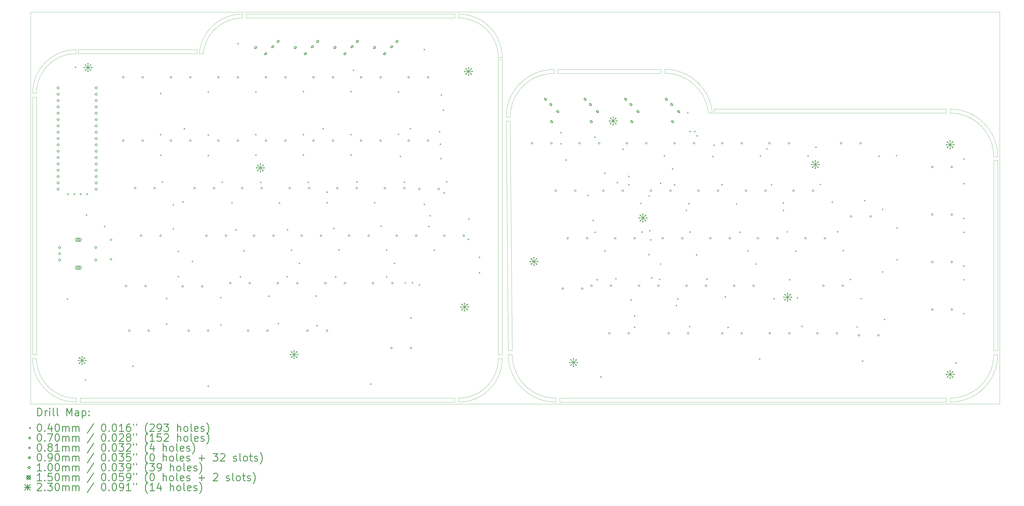
<source format=gbr>
%FSLAX45Y45*%
G04 Gerber Fmt 4.5, Leading zero omitted, Abs format (unit mm)*
G04 Created by KiCad (PCBNEW (5.1.5)-3) date 2021-06-27 16:27:39*
%MOMM*%
%LPD*%
G04 APERTURE LIST*
%TA.AperFunction,Profile*%
%ADD10C,0.050000*%
%TD*%
%ADD11C,0.200000*%
%ADD12C,0.300000*%
G04 APERTURE END LIST*
D10*
X1666875Y-4841875D02*
X40481250Y-4841875D01*
X1666875Y-20558125D02*
X1666875Y-4841875D01*
X40481250Y-20558125D02*
X1666875Y-20558125D01*
X40481250Y-4841875D02*
X40481250Y-20558125D01*
X8334375Y-6508750D02*
X3571875Y-6508750D01*
X8334375Y-6350000D02*
X8334375Y-6508750D01*
X3571875Y-6350000D02*
X8334375Y-6350000D01*
X3571875Y-6508750D02*
X3571875Y-6350000D01*
X8580379Y-6509538D02*
X8421616Y-6501940D01*
X10160000Y-5080000D02*
X10160000Y-4921250D01*
X8421616Y-6501940D02*
G75*
G02X10160000Y-4921250I1738384J-165560D01*
G01*
X8580379Y-6509538D02*
G75*
G02X10160000Y-5080000I1579622J-157962D01*
G01*
X20399375Y-6667500D02*
X20558125Y-6667500D01*
X18811875Y-4921250D02*
X18811875Y-5080000D01*
X18811875Y-4921250D02*
G75*
G02X20558125Y-6667500I0J-1746250D01*
G01*
X18811875Y-5080000D02*
G75*
G02X20399375Y-6667500I0J-1587500D01*
G01*
X10318750Y-5080000D02*
X18653125Y-5080000D01*
X10318750Y-4921250D02*
X10318750Y-5080000D01*
X18653125Y-4921250D02*
X10318750Y-4921250D01*
X18653125Y-5080000D02*
X18653125Y-4921250D01*
X20558125Y-18573750D02*
X20399375Y-18573750D01*
X20558125Y-6746875D02*
X20558125Y-18573750D01*
X20399375Y-6746875D02*
X20558125Y-6746875D01*
X20399375Y-18573750D02*
X20399375Y-6746875D01*
X3651250Y-20478750D02*
X3651250Y-20320000D01*
X18653125Y-20478750D02*
X3651250Y-20478750D01*
X18653125Y-20320000D02*
X18653125Y-20478750D01*
X3651250Y-20320000D02*
X18653125Y-20320000D01*
X1905000Y-8255000D02*
X1905000Y-18573750D01*
X1746250Y-8255000D02*
X1905000Y-8255000D01*
X1746250Y-18573750D02*
X1746250Y-8255000D01*
X1905000Y-18573750D02*
X1746250Y-18573750D01*
X1746250Y-8096250D02*
X1905000Y-8096250D01*
X3492500Y-6350000D02*
X3492500Y-6508750D01*
X1746250Y-8096250D02*
G75*
G02X3492500Y-6350000I1746250J0D01*
G01*
X1905000Y-8096250D02*
G75*
G02X3492500Y-6508750I1587500J0D01*
G01*
X1905000Y-18732500D02*
X1746250Y-18732500D01*
X3492500Y-20478750D02*
X3492500Y-20320000D01*
X3492500Y-20478750D02*
G75*
G02X1746250Y-18732500I0J1746250D01*
G01*
X3492500Y-20320000D02*
G75*
G02X1905000Y-18732500I0J1587500D01*
G01*
X18811875Y-20320000D02*
X18811875Y-20478750D01*
X20399375Y-18732500D02*
X20558125Y-18732500D01*
X20558125Y-18732500D02*
G75*
G02X18811875Y-20478750I-1746250J0D01*
G01*
X20399375Y-18732500D02*
G75*
G02X18811875Y-20320000I-1587500J0D01*
G01*
X29051250Y-8731250D02*
X38338125Y-8731250D01*
X29051250Y-8890000D02*
X29051250Y-8731250D01*
X38338125Y-8890000D02*
X29051250Y-8890000D01*
X38338125Y-8731250D02*
X38338125Y-8890000D01*
X40243125Y-10795000D02*
X40243125Y-18415000D01*
X40401875Y-10795000D02*
X40243125Y-10795000D01*
X40401875Y-18415000D02*
X40401875Y-10795000D01*
X40243125Y-18415000D02*
X40401875Y-18415000D01*
X38338125Y-20320000D02*
X22860000Y-20320000D01*
X38338125Y-20478750D02*
X38338125Y-20320000D01*
X22860000Y-20478750D02*
X38338125Y-20478750D01*
X22860000Y-20320000D02*
X22860000Y-20478750D01*
X20716875Y-9207500D02*
X20875625Y-9207500D01*
X20796250Y-18415000D02*
X20716875Y-9207500D01*
X20955000Y-18415000D02*
X20796250Y-18415000D01*
X20875625Y-9207500D02*
X20955000Y-18415000D01*
X26908125Y-7143750D02*
X22780625Y-7143750D01*
X26908125Y-7302500D02*
X26908125Y-7143750D01*
X22780625Y-7302500D02*
X26908125Y-7302500D01*
X22780625Y-7143750D02*
X22780625Y-7302500D01*
X28813125Y-8890000D02*
X28971875Y-8890000D01*
X27066875Y-7295299D02*
X27066875Y-7137147D01*
X27066875Y-7137147D02*
G75*
G02X28971875Y-8890000I0J-1911603D01*
G01*
X38496875Y-8890000D02*
X38496875Y-8731250D01*
X40243125Y-10636250D02*
X40401875Y-10636250D01*
X38496875Y-8731250D02*
G75*
G02X40401875Y-10636250I0J-1905000D01*
G01*
X38496875Y-20320000D02*
X38496875Y-20478750D01*
X40243125Y-18573750D02*
X40401875Y-18573750D01*
X40401875Y-18573750D02*
G75*
G02X38496875Y-20478750I-1905000J0D01*
G01*
X20955000Y-18573750D02*
X20796250Y-18573750D01*
X22701250Y-20478750D02*
X22701250Y-20320000D01*
X22701250Y-20478750D02*
G75*
G02X20796250Y-18573750I0J1905000D01*
G01*
X20875625Y-9048750D02*
X20716875Y-9048750D01*
X22621875Y-7302500D02*
X22621875Y-7143750D01*
X20716875Y-9048750D02*
G75*
G02X22621875Y-7143750I1905000J0D01*
G01*
X27066875Y-7295299D02*
G75*
G02X28813125Y-8890000I0J-1753451D01*
G01*
X38496875Y-8890000D02*
G75*
G02X40243125Y-10636250I0J-1746250D01*
G01*
X40243125Y-18573750D02*
G75*
G02X38496875Y-20320000I-1746250J0D01*
G01*
X22701250Y-20320000D02*
G75*
G02X20955000Y-18573750I0J1746250D01*
G01*
X20875625Y-9048750D02*
G75*
G02X22621875Y-7302500I1746250J0D01*
G01*
D11*
X3129600Y-16324900D02*
X3169600Y-16364900D01*
X3169600Y-16324900D02*
X3129600Y-16364900D01*
X3447100Y-7038025D02*
X3487100Y-7078025D01*
X3487100Y-7038025D02*
X3447100Y-7078025D01*
X3843975Y-19579275D02*
X3883975Y-19619275D01*
X3883975Y-19579275D02*
X3843975Y-19619275D01*
X3891600Y-12959400D02*
X3931600Y-12999400D01*
X3931600Y-12959400D02*
X3891600Y-12999400D01*
X4615500Y-13416600D02*
X4655500Y-13456600D01*
X4655500Y-13416600D02*
X4615500Y-13456600D01*
X5748975Y-19023650D02*
X5788975Y-19063650D01*
X5788975Y-19023650D02*
X5748975Y-19063650D01*
X6860225Y-8085775D02*
X6900225Y-8125775D01*
X6900225Y-8085775D02*
X6860225Y-8125775D01*
X6860225Y-9736775D02*
X6900225Y-9776775D01*
X6900225Y-9736775D02*
X6860225Y-9776775D01*
X6860225Y-10562275D02*
X6900225Y-10602275D01*
X6900225Y-10562275D02*
X6860225Y-10602275D01*
X6931662Y-11633837D02*
X6971662Y-11673837D01*
X6971662Y-11633837D02*
X6931662Y-11673837D01*
X7098350Y-16305850D02*
X7138350Y-16345850D01*
X7138350Y-16305850D02*
X7098350Y-16345850D01*
X7098350Y-17334550D02*
X7138350Y-17374550D01*
X7138350Y-17334550D02*
X7098350Y-17374550D01*
X7365050Y-12546650D02*
X7405050Y-12586650D01*
X7405050Y-12546650D02*
X7365050Y-12586650D01*
X7365050Y-13511850D02*
X7405050Y-13551850D01*
X7405050Y-13511850D02*
X7365050Y-13551850D01*
X7574600Y-14419900D02*
X7614600Y-14459900D01*
X7614600Y-14419900D02*
X7574600Y-14459900D01*
X7574600Y-15423200D02*
X7614600Y-15463200D01*
X7614600Y-15423200D02*
X7574600Y-15463200D01*
X7752400Y-12426000D02*
X7792400Y-12466000D01*
X7792400Y-12426000D02*
X7752400Y-12466000D01*
X7812725Y-9498650D02*
X7852725Y-9538650D01*
X7852725Y-9498650D02*
X7812725Y-9538650D01*
X8130225Y-14816775D02*
X8170225Y-14856775D01*
X8170225Y-14816775D02*
X8130225Y-14856775D01*
X8765225Y-8022275D02*
X8805225Y-8062275D01*
X8805225Y-8022275D02*
X8765225Y-8062275D01*
X8765225Y-9749475D02*
X8805225Y-9789475D01*
X8805225Y-9749475D02*
X8765225Y-9789475D01*
X8765225Y-10574975D02*
X8805225Y-10614975D01*
X8805225Y-10574975D02*
X8765225Y-10614975D01*
X8765225Y-19817400D02*
X8805225Y-19857400D01*
X8805225Y-19817400D02*
X8765225Y-19857400D01*
X9270050Y-16267750D02*
X9310050Y-16307750D01*
X9310050Y-16267750D02*
X9270050Y-16307750D01*
X9270050Y-17359950D02*
X9310050Y-17399950D01*
X9310050Y-17359950D02*
X9270050Y-17399950D01*
X9322438Y-11643362D02*
X9362438Y-11683362D01*
X9362438Y-11643362D02*
X9322438Y-11683362D01*
X9717725Y-12467275D02*
X9757725Y-12507275D01*
X9757725Y-12467275D02*
X9717725Y-12507275D01*
X9886000Y-13556300D02*
X9926000Y-13596300D01*
X9926000Y-13556300D02*
X9886000Y-13596300D01*
X9955850Y-6085525D02*
X9995850Y-6125525D01*
X9995850Y-6085525D02*
X9955850Y-6125525D01*
X10051100Y-15435900D02*
X10091100Y-15475900D01*
X10091100Y-15435900D02*
X10051100Y-15475900D01*
X10193975Y-14391325D02*
X10233975Y-14431325D01*
X10233975Y-14391325D02*
X10193975Y-14431325D01*
X10670225Y-8022275D02*
X10710225Y-8062275D01*
X10710225Y-8022275D02*
X10670225Y-8062275D01*
X10670225Y-9736775D02*
X10710225Y-9776775D01*
X10710225Y-9736775D02*
X10670225Y-9776775D01*
X10670225Y-10562275D02*
X10710225Y-10602275D01*
X10710225Y-10562275D02*
X10670225Y-10602275D01*
X10876600Y-11649712D02*
X10916600Y-11689712D01*
X10916600Y-11649712D02*
X10876600Y-11689712D01*
X11192512Y-16212187D02*
X11232512Y-16252187D01*
X11232512Y-16212187D02*
X11192512Y-16252187D01*
X11578275Y-17312325D02*
X11618275Y-17352325D01*
X11618275Y-17312325D02*
X11578275Y-17352325D01*
X11622725Y-12479975D02*
X11662725Y-12519975D01*
X11662725Y-12479975D02*
X11622725Y-12519975D01*
X11924350Y-15429550D02*
X11964350Y-15469550D01*
X11964350Y-15429550D02*
X11924350Y-15469550D01*
X11940225Y-13546775D02*
X11980225Y-13586775D01*
X11980225Y-13546775D02*
X11940225Y-13586775D01*
X12098975Y-14365925D02*
X12138975Y-14405925D01*
X12138975Y-14365925D02*
X12098975Y-14405925D01*
X12416475Y-14896150D02*
X12456475Y-14936150D01*
X12456475Y-14896150D02*
X12416475Y-14936150D01*
X12575225Y-8009575D02*
X12615225Y-8049575D01*
X12615225Y-8009575D02*
X12575225Y-8049575D01*
X12575225Y-9736775D02*
X12615225Y-9776775D01*
X12615225Y-9736775D02*
X12575225Y-9776775D01*
X12575225Y-10549575D02*
X12615225Y-10589575D01*
X12615225Y-10549575D02*
X12575225Y-10589575D01*
X12768900Y-11651300D02*
X12808900Y-11691300D01*
X12808900Y-11651300D02*
X12768900Y-11691300D01*
X13091162Y-16205837D02*
X13131162Y-16245837D01*
X13131162Y-16205837D02*
X13091162Y-16245837D01*
X13124500Y-17391700D02*
X13164500Y-17431700D01*
X13164500Y-17391700D02*
X13124500Y-17431700D01*
X13368975Y-9498650D02*
X13408975Y-9538650D01*
X13408975Y-9498650D02*
X13368975Y-9538650D01*
X13527725Y-12038650D02*
X13567725Y-12078650D01*
X13567725Y-12038650D02*
X13527725Y-12078650D01*
X13527725Y-12467275D02*
X13567725Y-12507275D01*
X13567725Y-12467275D02*
X13527725Y-12507275D01*
X13794425Y-13495975D02*
X13834425Y-13535975D01*
X13834425Y-13495975D02*
X13794425Y-13535975D01*
X13867450Y-15442250D02*
X13907450Y-15482250D01*
X13907450Y-15442250D02*
X13867450Y-15482250D01*
X14003975Y-14353225D02*
X14043975Y-14393225D01*
X14043975Y-14353225D02*
X14003975Y-14393225D01*
X14480225Y-8009575D02*
X14520225Y-8049575D01*
X14520225Y-8009575D02*
X14480225Y-8049575D01*
X14480225Y-9736775D02*
X14520225Y-9776775D01*
X14520225Y-9736775D02*
X14480225Y-9776775D01*
X14480225Y-10549575D02*
X14520225Y-10589575D01*
X14520225Y-10549575D02*
X14480225Y-10589575D01*
X14585000Y-7155500D02*
X14625000Y-7195500D01*
X14625000Y-7155500D02*
X14585000Y-7195500D01*
X14718350Y-11643362D02*
X14758350Y-11683362D01*
X14758350Y-11643362D02*
X14718350Y-11683362D01*
X15273975Y-19738025D02*
X15313975Y-19778025D01*
X15313975Y-19738025D02*
X15273975Y-19778025D01*
X15432725Y-12467275D02*
X15472725Y-12507275D01*
X15472725Y-12467275D02*
X15432725Y-12507275D01*
X15694662Y-13411837D02*
X15734662Y-13451837D01*
X15734662Y-13411837D02*
X15694662Y-13451837D01*
X15908975Y-14365925D02*
X15948975Y-14405925D01*
X15948975Y-14365925D02*
X15908975Y-14405925D01*
X15908975Y-15445425D02*
X15948975Y-15485425D01*
X15948975Y-15445425D02*
X15908975Y-15485425D01*
X16226475Y-14896150D02*
X16266475Y-14936150D01*
X16266475Y-14896150D02*
X16226475Y-14936150D01*
X16385225Y-8022275D02*
X16425225Y-8062275D01*
X16425225Y-8022275D02*
X16385225Y-8062275D01*
X16385225Y-9724075D02*
X16425225Y-9764075D01*
X16425225Y-9724075D02*
X16385225Y-9764075D01*
X16464600Y-10609900D02*
X16504600Y-10649900D01*
X16504600Y-10609900D02*
X16464600Y-10649900D01*
X16623350Y-11641775D02*
X16663350Y-11681775D01*
X16663350Y-11641775D02*
X16623350Y-11681775D01*
X16655100Y-15677200D02*
X16695100Y-15717200D01*
X16695100Y-15677200D02*
X16655100Y-15717200D01*
X16861475Y-9498650D02*
X16901475Y-9538650D01*
X16901475Y-9498650D02*
X16861475Y-9538650D01*
X16883700Y-17086900D02*
X16923700Y-17126900D01*
X16923700Y-17086900D02*
X16883700Y-17126900D01*
X16940850Y-15670850D02*
X16980850Y-15710850D01*
X16980850Y-15670850D02*
X16940850Y-15710850D01*
X17226600Y-15766100D02*
X17266600Y-15806100D01*
X17266600Y-15766100D02*
X17226600Y-15806100D01*
X17417100Y-6323650D02*
X17457100Y-6363650D01*
X17457100Y-6323650D02*
X17417100Y-6363650D01*
X17417100Y-12527600D02*
X17457100Y-12567600D01*
X17457100Y-12527600D02*
X17417100Y-12567600D01*
X17604425Y-13416600D02*
X17644425Y-13456600D01*
X17644425Y-13416600D02*
X17604425Y-13456600D01*
X17655225Y-12991150D02*
X17695225Y-13031150D01*
X17695225Y-12991150D02*
X17655225Y-13031150D01*
X17813975Y-14365925D02*
X17853975Y-14405925D01*
X17853975Y-14365925D02*
X17813975Y-14405925D01*
X18026700Y-9619300D02*
X18066700Y-9659300D01*
X18066700Y-9619300D02*
X18026700Y-9659300D01*
X18064800Y-10114600D02*
X18104800Y-10154600D01*
X18104800Y-10114600D02*
X18064800Y-10154600D01*
X18090200Y-10698800D02*
X18130200Y-10738800D01*
X18130200Y-10698800D02*
X18090200Y-10738800D01*
X18102900Y-8146100D02*
X18142900Y-8186100D01*
X18142900Y-8146100D02*
X18102900Y-8186100D01*
X18179100Y-8755700D02*
X18219100Y-8795700D01*
X18219100Y-8755700D02*
X18179100Y-8795700D01*
X18217200Y-12070400D02*
X18257200Y-12110400D01*
X18257200Y-12070400D02*
X18217200Y-12110400D01*
X18318800Y-11625900D02*
X18358800Y-11665900D01*
X18358800Y-11625900D02*
X18318800Y-11665900D01*
X19182400Y-13937300D02*
X19222400Y-13977300D01*
X19222400Y-13937300D02*
X19182400Y-13977300D01*
X19207800Y-13124500D02*
X19247800Y-13164500D01*
X19247800Y-13124500D02*
X19207800Y-13164500D01*
X19626900Y-14658025D02*
X19666900Y-14698025D01*
X19666900Y-14658025D02*
X19626900Y-14698025D01*
X19626900Y-15270800D02*
X19666900Y-15310800D01*
X19666900Y-15270800D02*
X19626900Y-15310800D01*
X22893975Y-9660575D02*
X22933975Y-9700575D01*
X22933975Y-9660575D02*
X22893975Y-9700575D01*
X22893975Y-10105075D02*
X22933975Y-10145075D01*
X22933975Y-10105075D02*
X22893975Y-10145075D01*
X23098375Y-10751575D02*
X23138375Y-10791575D01*
X23138375Y-10751575D02*
X23098375Y-10791575D01*
X23973475Y-12175175D02*
X24013475Y-12215175D01*
X24013475Y-12175175D02*
X23973475Y-12215175D01*
X24183025Y-13175300D02*
X24223025Y-13215300D01*
X24223025Y-13175300D02*
X24183025Y-13215300D01*
X24252875Y-9838375D02*
X24292875Y-9878375D01*
X24292875Y-9838375D02*
X24252875Y-9878375D01*
X24262400Y-13651550D02*
X24302400Y-13691550D01*
X24302400Y-13651550D02*
X24262400Y-13691550D01*
X24341775Y-15553375D02*
X24381775Y-15593375D01*
X24381775Y-15553375D02*
X24341775Y-15593375D01*
X24500525Y-19445925D02*
X24540525Y-19485925D01*
X24540525Y-19445925D02*
X24500525Y-19485925D01*
X24646575Y-11286175D02*
X24686575Y-11326175D01*
X24686575Y-11286175D02*
X24646575Y-11326175D01*
X24659275Y-14391225D02*
X24699275Y-14431225D01*
X24699275Y-14391225D02*
X24659275Y-14431225D01*
X25091075Y-15515275D02*
X25131075Y-15555275D01*
X25131075Y-15515275D02*
X25091075Y-15555275D01*
X25151250Y-11657800D02*
X25191250Y-11697800D01*
X25191250Y-11657800D02*
X25151250Y-11697800D01*
X25373650Y-10317800D02*
X25413650Y-10357800D01*
X25413650Y-10317800D02*
X25373650Y-10357800D01*
X25610187Y-11744962D02*
X25650187Y-11784962D01*
X25650187Y-11744962D02*
X25610187Y-11784962D01*
X25611775Y-11413175D02*
X25651775Y-11453175D01*
X25651775Y-11413175D02*
X25611775Y-11453175D01*
X25700675Y-16366175D02*
X25740675Y-16406175D01*
X25740675Y-16366175D02*
X25700675Y-16406175D01*
X25840375Y-17001175D02*
X25880375Y-17041175D01*
X25880375Y-17001175D02*
X25840375Y-17041175D01*
X25843550Y-17455200D02*
X25883550Y-17495200D01*
X25883550Y-17455200D02*
X25843550Y-17495200D01*
X26094425Y-12492625D02*
X26134425Y-12532625D01*
X26134425Y-12492625D02*
X26094425Y-12532625D01*
X26142100Y-13638750D02*
X26182100Y-13678750D01*
X26182100Y-13638750D02*
X26142100Y-13678750D01*
X26416250Y-14545700D02*
X26456250Y-14585700D01*
X26456250Y-14545700D02*
X26416250Y-14585700D01*
X26424575Y-12187875D02*
X26464575Y-12227875D01*
X26464575Y-12187875D02*
X26424575Y-12227875D01*
X26448075Y-13586775D02*
X26488075Y-13626775D01*
X26488075Y-13586775D02*
X26448075Y-13626775D01*
X26488075Y-13953175D02*
X26528075Y-13993175D01*
X26528075Y-13953175D02*
X26488075Y-13993175D01*
X26526175Y-15477175D02*
X26566175Y-15517175D01*
X26566175Y-15477175D02*
X26526175Y-15517175D01*
X26843675Y-15540675D02*
X26883675Y-15580675D01*
X26883675Y-15540675D02*
X26843675Y-15580675D01*
X26881775Y-11692575D02*
X26921775Y-11732575D01*
X26921775Y-11692575D02*
X26881775Y-11732575D01*
X26881775Y-14921550D02*
X26921775Y-14961550D01*
X26921775Y-14921550D02*
X26881775Y-14961550D01*
X27040525Y-10581225D02*
X27080525Y-10621225D01*
X27080525Y-10581225D02*
X27040525Y-10621225D01*
X27358025Y-11111550D02*
X27398025Y-11151550D01*
X27398025Y-11111550D02*
X27358025Y-11151550D01*
X27443750Y-11752900D02*
X27483750Y-11792900D01*
X27483750Y-11752900D02*
X27443750Y-11792900D01*
X27516775Y-16588425D02*
X27556775Y-16628425D01*
X27556775Y-16588425D02*
X27516775Y-16628425D01*
X27570750Y-16324900D02*
X27610750Y-16364900D01*
X27610750Y-16324900D02*
X27570750Y-16364900D01*
X27913650Y-12778425D02*
X27953650Y-12818425D01*
X27953650Y-12778425D02*
X27913650Y-12818425D01*
X27973975Y-8860475D02*
X28013975Y-8900475D01*
X28013975Y-8860475D02*
X27973975Y-8900475D01*
X28012125Y-12505325D02*
X28052125Y-12545325D01*
X28052125Y-12505325D02*
X28012125Y-12545325D01*
X28047000Y-17436150D02*
X28087000Y-17476150D01*
X28087000Y-17436150D02*
X28047000Y-17476150D01*
X28062875Y-9609775D02*
X28102875Y-9649775D01*
X28102875Y-9609775D02*
X28062875Y-9649775D01*
X28072400Y-13638850D02*
X28112400Y-13678850D01*
X28112400Y-13638850D02*
X28072400Y-13678850D01*
X28253375Y-9609775D02*
X28293375Y-9649775D01*
X28293375Y-9609775D02*
X28253375Y-9649775D01*
X28327600Y-14552050D02*
X28367600Y-14592050D01*
X28367600Y-14552050D02*
X28327600Y-14592050D01*
X28342275Y-9787575D02*
X28382275Y-9827575D01*
X28382275Y-9787575D02*
X28342275Y-9827575D01*
X28735975Y-15527975D02*
X28775975Y-15567975D01*
X28775975Y-15527975D02*
X28735975Y-15567975D01*
X28977325Y-10613025D02*
X29017325Y-10653025D01*
X29017325Y-10613025D02*
X28977325Y-10653025D01*
X29024900Y-10159050D02*
X29064900Y-10199050D01*
X29064900Y-10159050D02*
X29024900Y-10199050D01*
X29336050Y-11740200D02*
X29376050Y-11780200D01*
X29376050Y-11740200D02*
X29336050Y-11780200D01*
X29470987Y-16240762D02*
X29510987Y-16280762D01*
X29510987Y-16240762D02*
X29470987Y-16280762D01*
X29586875Y-17464725D02*
X29626875Y-17504725D01*
X29626875Y-17464725D02*
X29586875Y-17504725D01*
X29929825Y-12518025D02*
X29969825Y-12558025D01*
X29969825Y-12518025D02*
X29929825Y-12558025D01*
X30056775Y-13648375D02*
X30096775Y-13688375D01*
X30096775Y-13648375D02*
X30056775Y-13688375D01*
X30374275Y-14397675D02*
X30414275Y-14437675D01*
X30414275Y-14397675D02*
X30374275Y-14437675D01*
X30691775Y-14921550D02*
X30731775Y-14961550D01*
X30731775Y-14921550D02*
X30691775Y-14961550D01*
X30850525Y-18731550D02*
X30890525Y-18771550D01*
X30890525Y-18731550D02*
X30850525Y-18771550D01*
X30882275Y-10587675D02*
X30922275Y-10627675D01*
X30922275Y-10587675D02*
X30882275Y-10627675D01*
X31136275Y-10308275D02*
X31176275Y-10348275D01*
X31176275Y-10308275D02*
X31136275Y-10348275D01*
X31325187Y-11744962D02*
X31365187Y-11784962D01*
X31365187Y-11744962D02*
X31325187Y-11784962D01*
X31431550Y-16312200D02*
X31471550Y-16352200D01*
X31471550Y-16312200D02*
X31431550Y-16352200D01*
X31796725Y-12479925D02*
X31836725Y-12519925D01*
X31836725Y-12479925D02*
X31796725Y-12519925D01*
X31803025Y-12778425D02*
X31843025Y-12818425D01*
X31843025Y-12778425D02*
X31803025Y-12818425D01*
X31961775Y-13635675D02*
X32001775Y-13675675D01*
X32001775Y-13635675D02*
X31961775Y-13675675D01*
X32047500Y-15550200D02*
X32087500Y-15590200D01*
X32087500Y-15550200D02*
X32047500Y-15590200D01*
X32295200Y-14407150D02*
X32335200Y-14447150D01*
X32335200Y-14407150D02*
X32295200Y-14447150D01*
X32358650Y-16270925D02*
X32398650Y-16310925D01*
X32398650Y-16270925D02*
X32358650Y-16310925D01*
X32545975Y-17426625D02*
X32585975Y-17466625D01*
X32585975Y-17426625D02*
X32545975Y-17466625D01*
X32787275Y-10587675D02*
X32827275Y-10627675D01*
X32827275Y-10587675D02*
X32787275Y-10627675D01*
X33104775Y-10244775D02*
X33144775Y-10284775D01*
X33144775Y-10244775D02*
X33104775Y-10284775D01*
X33282575Y-11730675D02*
X33322575Y-11770675D01*
X33322575Y-11730675D02*
X33282575Y-11770675D01*
X33760413Y-12433937D02*
X33800413Y-12473937D01*
X33800413Y-12433937D02*
X33760413Y-12473937D01*
X33974725Y-13629325D02*
X34014725Y-13669325D01*
X34014725Y-13629325D02*
X33974725Y-13669325D01*
X34200150Y-14381800D02*
X34240150Y-14421800D01*
X34240150Y-14381800D02*
X34200150Y-14421800D01*
X34487488Y-15542262D02*
X34527488Y-15582262D01*
X34527488Y-15542262D02*
X34487488Y-15582262D01*
X34755775Y-17445675D02*
X34795775Y-17485675D01*
X34795775Y-17445675D02*
X34755775Y-17485675D01*
X34912988Y-16310562D02*
X34952988Y-16350562D01*
X34952988Y-16310562D02*
X34912988Y-16350562D01*
X34978025Y-18810925D02*
X35018025Y-18850925D01*
X35018025Y-18810925D02*
X34978025Y-18850925D01*
X35057400Y-12381550D02*
X35097400Y-12421550D01*
X35097400Y-12381550D02*
X35057400Y-12421550D01*
X35632125Y-10600325D02*
X35672125Y-10640325D01*
X35672125Y-10600325D02*
X35632125Y-10640325D01*
X35771775Y-12730800D02*
X35811775Y-12770800D01*
X35811775Y-12730800D02*
X35771775Y-12770800D01*
X35771775Y-15239050D02*
X35811775Y-15279050D01*
X35811775Y-15239050D02*
X35771775Y-15279050D01*
X35851150Y-17144050D02*
X35891150Y-17184050D01*
X35891150Y-17144050D02*
X35851150Y-17184050D01*
X36330575Y-10578150D02*
X36370575Y-10618150D01*
X36370575Y-10578150D02*
X36330575Y-10618150D01*
X36355975Y-13483275D02*
X36395975Y-13523275D01*
X36395975Y-13483275D02*
X36355975Y-13523275D01*
X36355975Y-14753275D02*
X36395975Y-14793275D01*
X36395975Y-14753275D02*
X36355975Y-14793275D01*
X38708650Y-18890300D02*
X38748650Y-18930300D01*
X38748650Y-18890300D02*
X38708650Y-18930300D01*
X39026150Y-10714675D02*
X39066150Y-10754675D01*
X39066150Y-10714675D02*
X39026150Y-10754675D01*
X39026150Y-11702487D02*
X39066150Y-11742487D01*
X39066150Y-11702487D02*
X39026150Y-11742487D01*
X39026150Y-13095925D02*
X39066150Y-13135925D01*
X39066150Y-13095925D02*
X39026150Y-13135925D01*
X39026150Y-13651550D02*
X39066150Y-13691550D01*
X39066150Y-13651550D02*
X39026150Y-13691550D01*
X39026150Y-15000925D02*
X39066150Y-15040925D01*
X39066150Y-15000925D02*
X39026150Y-15040925D01*
X39026150Y-15556550D02*
X39066150Y-15596550D01*
X39066150Y-15556550D02*
X39026150Y-15596550D01*
X39026150Y-16905925D02*
X39066150Y-16945925D01*
X39066150Y-16905925D02*
X39026150Y-16945925D01*
X23245625Y-18871250D02*
X23285625Y-18911250D01*
X23285625Y-18871250D02*
X23245625Y-18911250D01*
X23289625Y-18765250D02*
X23329625Y-18805250D01*
X23329625Y-18765250D02*
X23289625Y-18805250D01*
X23289625Y-18977250D02*
X23329625Y-19017250D01*
X23329625Y-18977250D02*
X23289625Y-19017250D01*
X23395625Y-18721250D02*
X23435625Y-18761250D01*
X23435625Y-18721250D02*
X23395625Y-18761250D01*
X23395625Y-19021250D02*
X23435625Y-19061250D01*
X23435625Y-19021250D02*
X23395625Y-19061250D01*
X23501625Y-18765250D02*
X23541625Y-18805250D01*
X23541625Y-18765250D02*
X23501625Y-18805250D01*
X23501625Y-18977250D02*
X23541625Y-19017250D01*
X23541625Y-18977250D02*
X23501625Y-19017250D01*
X23545625Y-18871250D02*
X23585625Y-18911250D01*
X23585625Y-18871250D02*
X23545625Y-18911250D01*
X32929375Y-10933750D02*
X32969375Y-10973750D01*
X32969375Y-10933750D02*
X32929375Y-10973750D01*
X32973375Y-10827750D02*
X33013375Y-10867750D01*
X33013375Y-10827750D02*
X32973375Y-10867750D01*
X32973375Y-11039750D02*
X33013375Y-11079750D01*
X33013375Y-11039750D02*
X32973375Y-11079750D01*
X33079375Y-10783750D02*
X33119375Y-10823750D01*
X33119375Y-10783750D02*
X33079375Y-10823750D01*
X33079375Y-11083750D02*
X33119375Y-11123750D01*
X33119375Y-11083750D02*
X33079375Y-11123750D01*
X33185375Y-10827750D02*
X33225375Y-10867750D01*
X33225375Y-10827750D02*
X33185375Y-10867750D01*
X33185375Y-11039750D02*
X33225375Y-11079750D01*
X33225375Y-11039750D02*
X33185375Y-11079750D01*
X33229375Y-10933750D02*
X33269375Y-10973750D01*
X33269375Y-10933750D02*
X33229375Y-10973750D01*
X19038750Y-7203125D02*
X19078750Y-7243125D01*
X19078750Y-7203125D02*
X19038750Y-7243125D01*
X19082750Y-7097125D02*
X19122750Y-7137125D01*
X19122750Y-7097125D02*
X19082750Y-7137125D01*
X19082750Y-7309125D02*
X19122750Y-7349125D01*
X19122750Y-7309125D02*
X19082750Y-7349125D01*
X19188750Y-7053125D02*
X19228750Y-7093125D01*
X19228750Y-7053125D02*
X19188750Y-7093125D01*
X19188750Y-7353125D02*
X19228750Y-7393125D01*
X19228750Y-7353125D02*
X19188750Y-7393125D01*
X19294750Y-7097125D02*
X19334750Y-7137125D01*
X19334750Y-7097125D02*
X19294750Y-7137125D01*
X19294750Y-7309125D02*
X19334750Y-7349125D01*
X19334750Y-7309125D02*
X19294750Y-7349125D01*
X19338750Y-7203125D02*
X19378750Y-7243125D01*
X19378750Y-7203125D02*
X19338750Y-7243125D01*
X26023750Y-13076875D02*
X26063750Y-13116875D01*
X26063750Y-13076875D02*
X26023750Y-13116875D01*
X26067750Y-12970875D02*
X26107750Y-13010875D01*
X26107750Y-12970875D02*
X26067750Y-13010875D01*
X26067750Y-13182875D02*
X26107750Y-13222875D01*
X26107750Y-13182875D02*
X26067750Y-13222875D01*
X26173750Y-12926875D02*
X26213750Y-12966875D01*
X26213750Y-12926875D02*
X26173750Y-12966875D01*
X26173750Y-13226875D02*
X26213750Y-13266875D01*
X26213750Y-13226875D02*
X26173750Y-13266875D01*
X26279750Y-12970875D02*
X26319750Y-13010875D01*
X26319750Y-12970875D02*
X26279750Y-13010875D01*
X26279750Y-13182875D02*
X26319750Y-13222875D01*
X26319750Y-13182875D02*
X26279750Y-13222875D01*
X26323750Y-13076875D02*
X26363750Y-13116875D01*
X26363750Y-13076875D02*
X26323750Y-13116875D01*
X12053750Y-18553750D02*
X12093750Y-18593750D01*
X12093750Y-18553750D02*
X12053750Y-18593750D01*
X12097750Y-18447750D02*
X12137750Y-18487750D01*
X12137750Y-18447750D02*
X12097750Y-18487750D01*
X12097750Y-18659750D02*
X12137750Y-18699750D01*
X12137750Y-18659750D02*
X12097750Y-18699750D01*
X12203750Y-18403750D02*
X12243750Y-18443750D01*
X12243750Y-18403750D02*
X12203750Y-18443750D01*
X12203750Y-18703750D02*
X12243750Y-18743750D01*
X12243750Y-18703750D02*
X12203750Y-18743750D01*
X12309750Y-18447750D02*
X12349750Y-18487750D01*
X12349750Y-18447750D02*
X12309750Y-18487750D01*
X12309750Y-18659750D02*
X12349750Y-18699750D01*
X12349750Y-18659750D02*
X12309750Y-18699750D01*
X12353750Y-18553750D02*
X12393750Y-18593750D01*
X12393750Y-18553750D02*
X12353750Y-18593750D01*
X10703600Y-11067100D02*
X10743600Y-11107100D01*
X10743600Y-11067100D02*
X10703600Y-11107100D01*
X10747600Y-10961100D02*
X10787600Y-11001100D01*
X10787600Y-10961100D02*
X10747600Y-11001100D01*
X10747600Y-11173100D02*
X10787600Y-11213100D01*
X10787600Y-11173100D02*
X10747600Y-11213100D01*
X10853600Y-10917100D02*
X10893600Y-10957100D01*
X10893600Y-10917100D02*
X10853600Y-10957100D01*
X10853600Y-11217100D02*
X10893600Y-11257100D01*
X10893600Y-11217100D02*
X10853600Y-11257100D01*
X10959600Y-10961100D02*
X10999600Y-11001100D01*
X10999600Y-10961100D02*
X10959600Y-11001100D01*
X10959600Y-11173100D02*
X10999600Y-11213100D01*
X10999600Y-11173100D02*
X10959600Y-11213100D01*
X11003600Y-11067100D02*
X11043600Y-11107100D01*
X11043600Y-11067100D02*
X11003600Y-11107100D01*
X3560625Y-18791875D02*
X3600625Y-18831875D01*
X3600625Y-18791875D02*
X3560625Y-18831875D01*
X3604625Y-18685875D02*
X3644625Y-18725875D01*
X3644625Y-18685875D02*
X3604625Y-18725875D01*
X3604625Y-18897875D02*
X3644625Y-18937875D01*
X3644625Y-18897875D02*
X3604625Y-18937875D01*
X3710625Y-18641875D02*
X3750625Y-18681875D01*
X3750625Y-18641875D02*
X3710625Y-18681875D01*
X3710625Y-18941875D02*
X3750625Y-18981875D01*
X3750625Y-18941875D02*
X3710625Y-18981875D01*
X3816625Y-18685875D02*
X3856625Y-18725875D01*
X3856625Y-18685875D02*
X3816625Y-18725875D01*
X3816625Y-18897875D02*
X3856625Y-18937875D01*
X3856625Y-18897875D02*
X3816625Y-18937875D01*
X3860625Y-18791875D02*
X3900625Y-18831875D01*
X3900625Y-18791875D02*
X3860625Y-18831875D01*
X24833125Y-9187500D02*
X24873125Y-9227500D01*
X24873125Y-9187500D02*
X24833125Y-9227500D01*
X24877125Y-9081500D02*
X24917125Y-9121500D01*
X24917125Y-9081500D02*
X24877125Y-9121500D01*
X24877125Y-9293500D02*
X24917125Y-9333500D01*
X24917125Y-9293500D02*
X24877125Y-9333500D01*
X24983125Y-9037500D02*
X25023125Y-9077500D01*
X25023125Y-9037500D02*
X24983125Y-9077500D01*
X24983125Y-9337500D02*
X25023125Y-9377500D01*
X25023125Y-9337500D02*
X24983125Y-9377500D01*
X25089125Y-9081500D02*
X25129125Y-9121500D01*
X25129125Y-9081500D02*
X25089125Y-9121500D01*
X25089125Y-9293500D02*
X25129125Y-9333500D01*
X25129125Y-9293500D02*
X25089125Y-9333500D01*
X25133125Y-9187500D02*
X25173125Y-9227500D01*
X25173125Y-9187500D02*
X25133125Y-9227500D01*
X18880000Y-16648750D02*
X18920000Y-16688750D01*
X18920000Y-16648750D02*
X18880000Y-16688750D01*
X18924000Y-16542750D02*
X18964000Y-16582750D01*
X18964000Y-16542750D02*
X18924000Y-16582750D01*
X18924000Y-16754750D02*
X18964000Y-16794750D01*
X18964000Y-16754750D02*
X18924000Y-16794750D01*
X19030000Y-16498750D02*
X19070000Y-16538750D01*
X19070000Y-16498750D02*
X19030000Y-16538750D01*
X19030000Y-16798750D02*
X19070000Y-16838750D01*
X19070000Y-16798750D02*
X19030000Y-16838750D01*
X19136000Y-16542750D02*
X19176000Y-16582750D01*
X19176000Y-16542750D02*
X19136000Y-16582750D01*
X19136000Y-16754750D02*
X19176000Y-16794750D01*
X19176000Y-16754750D02*
X19136000Y-16794750D01*
X19180000Y-16648750D02*
X19220000Y-16688750D01*
X19220000Y-16648750D02*
X19180000Y-16688750D01*
X3798750Y-7044375D02*
X3838750Y-7084375D01*
X3838750Y-7044375D02*
X3798750Y-7084375D01*
X3842750Y-6938375D02*
X3882750Y-6978375D01*
X3882750Y-6938375D02*
X3842750Y-6978375D01*
X3842750Y-7150375D02*
X3882750Y-7190375D01*
X3882750Y-7150375D02*
X3842750Y-7190375D01*
X3948750Y-6894375D02*
X3988750Y-6934375D01*
X3988750Y-6894375D02*
X3948750Y-6934375D01*
X3948750Y-7194375D02*
X3988750Y-7234375D01*
X3988750Y-7194375D02*
X3948750Y-7234375D01*
X4054750Y-6938375D02*
X4094750Y-6978375D01*
X4094750Y-6938375D02*
X4054750Y-6978375D01*
X4054750Y-7150375D02*
X4094750Y-7190375D01*
X4094750Y-7150375D02*
X4054750Y-7190375D01*
X4098750Y-7044375D02*
X4138750Y-7084375D01*
X4138750Y-7044375D02*
X4098750Y-7084375D01*
X38326875Y-10140000D02*
X38366875Y-10180000D01*
X38366875Y-10140000D02*
X38326875Y-10180000D01*
X38370875Y-10034000D02*
X38410875Y-10074000D01*
X38410875Y-10034000D02*
X38370875Y-10074000D01*
X38370875Y-10246000D02*
X38410875Y-10286000D01*
X38410875Y-10246000D02*
X38370875Y-10286000D01*
X38476875Y-9990000D02*
X38516875Y-10030000D01*
X38516875Y-9990000D02*
X38476875Y-10030000D01*
X38476875Y-10290000D02*
X38516875Y-10330000D01*
X38516875Y-10290000D02*
X38476875Y-10330000D01*
X38582875Y-10034000D02*
X38622875Y-10074000D01*
X38622875Y-10034000D02*
X38582875Y-10074000D01*
X38582875Y-10246000D02*
X38622875Y-10286000D01*
X38622875Y-10246000D02*
X38582875Y-10286000D01*
X38626875Y-10140000D02*
X38666875Y-10180000D01*
X38666875Y-10140000D02*
X38626875Y-10180000D01*
X31818125Y-16251875D02*
X31858125Y-16291875D01*
X31858125Y-16251875D02*
X31818125Y-16291875D01*
X31862125Y-16145875D02*
X31902125Y-16185875D01*
X31902125Y-16145875D02*
X31862125Y-16185875D01*
X31862125Y-16357875D02*
X31902125Y-16397875D01*
X31902125Y-16357875D02*
X31862125Y-16397875D01*
X31968125Y-16101875D02*
X32008125Y-16141875D01*
X32008125Y-16101875D02*
X31968125Y-16141875D01*
X31968125Y-16401875D02*
X32008125Y-16441875D01*
X32008125Y-16401875D02*
X31968125Y-16441875D01*
X32074125Y-16145875D02*
X32114125Y-16185875D01*
X32114125Y-16145875D02*
X32074125Y-16185875D01*
X32074125Y-16357875D02*
X32114125Y-16397875D01*
X32114125Y-16357875D02*
X32074125Y-16397875D01*
X32118125Y-16251875D02*
X32158125Y-16291875D01*
X32158125Y-16251875D02*
X32118125Y-16291875D01*
X21658125Y-14823125D02*
X21698125Y-14863125D01*
X21698125Y-14823125D02*
X21658125Y-14863125D01*
X21702125Y-14717125D02*
X21742125Y-14757125D01*
X21742125Y-14717125D02*
X21702125Y-14757125D01*
X21702125Y-14929125D02*
X21742125Y-14969125D01*
X21742125Y-14929125D02*
X21702125Y-14969125D01*
X21808125Y-14673125D02*
X21848125Y-14713125D01*
X21848125Y-14673125D02*
X21808125Y-14713125D01*
X21808125Y-14973125D02*
X21848125Y-15013125D01*
X21848125Y-14973125D02*
X21808125Y-15013125D01*
X21914125Y-14717125D02*
X21954125Y-14757125D01*
X21954125Y-14717125D02*
X21914125Y-14757125D01*
X21914125Y-14929125D02*
X21954125Y-14969125D01*
X21954125Y-14929125D02*
X21914125Y-14969125D01*
X21958125Y-14823125D02*
X21998125Y-14863125D01*
X21998125Y-14823125D02*
X21958125Y-14863125D01*
X38326875Y-19347500D02*
X38366875Y-19387500D01*
X38366875Y-19347500D02*
X38326875Y-19387500D01*
X38370875Y-19241500D02*
X38410875Y-19281500D01*
X38410875Y-19241500D02*
X38370875Y-19281500D01*
X38370875Y-19453500D02*
X38410875Y-19493500D01*
X38410875Y-19453500D02*
X38370875Y-19493500D01*
X38476875Y-19197500D02*
X38516875Y-19237500D01*
X38516875Y-19197500D02*
X38476875Y-19237500D01*
X38476875Y-19497500D02*
X38516875Y-19537500D01*
X38516875Y-19497500D02*
X38476875Y-19537500D01*
X38582875Y-19241500D02*
X38622875Y-19281500D01*
X38622875Y-19241500D02*
X38582875Y-19281500D01*
X38582875Y-19453500D02*
X38622875Y-19493500D01*
X38622875Y-19453500D02*
X38582875Y-19493500D01*
X38626875Y-19347500D02*
X38666875Y-19387500D01*
X38666875Y-19347500D02*
X38626875Y-19387500D01*
X9223975Y-9994900D02*
G75*
G03X9223975Y-9994900I-35000J0D01*
G01*
X10003975Y-9994900D02*
G75*
G03X10003975Y-9994900I-35000J0D01*
G01*
X34165525Y-10099675D02*
G75*
G03X34165525Y-10099675I-35000J0D01*
G01*
X34945525Y-10099675D02*
G75*
G03X34945525Y-10099675I-35000J0D01*
G01*
X8747725Y-13804900D02*
G75*
G03X8747725Y-13804900I-35000J0D01*
G01*
X9527725Y-13804900D02*
G75*
G03X9527725Y-13804900I-35000J0D01*
G01*
X31309275Y-17719675D02*
G75*
G03X31309275Y-17719675I-35000J0D01*
G01*
X32089275Y-17719675D02*
G75*
G03X32089275Y-17719675I-35000J0D01*
G01*
X14462725Y-13804900D02*
G75*
G03X14462725Y-13804900I-35000J0D01*
G01*
X15242725Y-13804900D02*
G75*
G03X15242725Y-13804900I-35000J0D01*
G01*
X32738025Y-13909675D02*
G75*
G03X32738025Y-13909675I-35000J0D01*
G01*
X33518025Y-13909675D02*
G75*
G03X33518025Y-13909675I-35000J0D01*
G01*
X37818025Y-12957175D02*
G75*
G03X37818025Y-12957175I-35000J0D01*
G01*
X38598025Y-12957175D02*
G75*
G03X38598025Y-12957175I-35000J0D01*
G01*
X16843975Y-9994900D02*
G75*
G03X16843975Y-9994900I-35000J0D01*
G01*
X17623975Y-9994900D02*
G75*
G03X17623975Y-9994900I-35000J0D01*
G01*
X13033975Y-9994900D02*
G75*
G03X13033975Y-9994900I-35000J0D01*
G01*
X13813975Y-9994900D02*
G75*
G03X13813975Y-9994900I-35000J0D01*
G01*
X25118025Y-13909675D02*
G75*
G03X25118025Y-13909675I-35000J0D01*
G01*
X25898025Y-13909675D02*
G75*
G03X25898025Y-13909675I-35000J0D01*
G01*
X12795850Y-17614900D02*
G75*
G03X12795850Y-17614900I-35000J0D01*
G01*
X13575850Y-17614900D02*
G75*
G03X13575850Y-17614900I-35000J0D01*
G01*
X9700225Y-15709900D02*
G75*
G03X9700225Y-15709900I-35000J0D01*
G01*
X10480225Y-15709900D02*
G75*
G03X10480225Y-15709900I-35000J0D01*
G01*
X5413975Y-9994900D02*
G75*
G03X5413975Y-9994900I-35000J0D01*
G01*
X6193975Y-9994900D02*
G75*
G03X6193975Y-9994900I-35000J0D01*
G01*
X23213025Y-13909675D02*
G75*
G03X23213025Y-13909675I-35000J0D01*
G01*
X23993025Y-13909675D02*
G75*
G03X23993025Y-13909675I-35000J0D01*
G01*
X11128975Y-9994900D02*
G75*
G03X11128975Y-9994900I-35000J0D01*
G01*
X11908975Y-9994900D02*
G75*
G03X11908975Y-9994900I-35000J0D01*
G01*
X27261150Y-17719675D02*
G75*
G03X27261150Y-17719675I-35000J0D01*
G01*
X28041150Y-17719675D02*
G75*
G03X28041150Y-17719675I-35000J0D01*
G01*
X5413975Y-7454900D02*
G75*
G03X5413975Y-7454900I-35000J0D01*
G01*
X6193975Y-7454900D02*
G75*
G03X6193975Y-7454900I-35000J0D01*
G01*
X26070525Y-15814675D02*
G75*
G03X26070525Y-15814675I-35000J0D01*
G01*
X26850525Y-15814675D02*
G75*
G03X26850525Y-15814675I-35000J0D01*
G01*
X7318975Y-7454900D02*
G75*
G03X7318975Y-7454900I-35000J0D01*
G01*
X8098975Y-7454900D02*
G75*
G03X8098975Y-7454900I-35000J0D01*
G01*
X29404275Y-10099675D02*
G75*
G03X29404275Y-10099675I-35000J0D01*
G01*
X30184275Y-10099675D02*
G75*
G03X30184275Y-10099675I-35000J0D01*
G01*
X29880525Y-15814675D02*
G75*
G03X29880525Y-15814675I-35000J0D01*
G01*
X30660525Y-15814675D02*
G75*
G03X30660525Y-15814675I-35000J0D01*
G01*
X26546775Y-12004675D02*
G75*
G03X26546775Y-12004675I-35000J0D01*
G01*
X27326775Y-12004675D02*
G75*
G03X27326775Y-12004675I-35000J0D01*
G01*
X34563650Y-13036550D02*
G75*
G03X34563650Y-13036550I-35000J0D01*
G01*
X35343650Y-13036550D02*
G75*
G03X35343650Y-13036550I-35000J0D01*
G01*
X8271475Y-11899900D02*
G75*
G03X8271475Y-11899900I-35000J0D01*
G01*
X9051475Y-11899900D02*
G75*
G03X9051475Y-11899900I-35000J0D01*
G01*
X32261775Y-12004675D02*
G75*
G03X32261775Y-12004675I-35000J0D01*
G01*
X33041775Y-12004675D02*
G75*
G03X33041775Y-12004675I-35000J0D01*
G01*
X7795225Y-15836900D02*
G75*
G03X7795225Y-15836900I-35000J0D01*
G01*
X8575225Y-15836900D02*
G75*
G03X8575225Y-15836900I-35000J0D01*
G01*
X37818025Y-14862175D02*
G75*
G03X37818025Y-14862175I-35000J0D01*
G01*
X38598025Y-14862175D02*
G75*
G03X38598025Y-14862175I-35000J0D01*
G01*
X31296575Y-10099675D02*
G75*
G03X31296575Y-10099675I-35000J0D01*
G01*
X32076575Y-10099675D02*
G75*
G03X32076575Y-10099675I-35000J0D01*
G01*
X9223975Y-7454900D02*
G75*
G03X9223975Y-7454900I-35000J0D01*
G01*
X10003975Y-7454900D02*
G75*
G03X10003975Y-7454900I-35000J0D01*
G01*
X27975525Y-15814675D02*
G75*
G03X27975525Y-15814675I-35000J0D01*
G01*
X28755525Y-15814675D02*
G75*
G03X28755525Y-15814675I-35000J0D01*
G01*
X13033975Y-7454900D02*
G75*
G03X13033975Y-7454900I-35000J0D01*
G01*
X13813975Y-7454900D02*
G75*
G03X13813975Y-7454900I-35000J0D01*
G01*
X27498025Y-10099675D02*
G75*
G03X27498025Y-10099675I-35000J0D01*
G01*
X28278025Y-10099675D02*
G75*
G03X28278025Y-10099675I-35000J0D01*
G01*
X13510225Y-15709900D02*
G75*
G03X13510225Y-15709900I-35000J0D01*
G01*
X14290225Y-15709900D02*
G75*
G03X14290225Y-15709900I-35000J0D01*
G01*
X15891475Y-11899900D02*
G75*
G03X15891475Y-11899900I-35000J0D01*
G01*
X16671475Y-11899900D02*
G75*
G03X16671475Y-11899900I-35000J0D01*
G01*
X12081475Y-11899900D02*
G75*
G03X12081475Y-11899900I-35000J0D01*
G01*
X12861475Y-11899900D02*
G75*
G03X12861475Y-11899900I-35000J0D01*
G01*
X23016175Y-15928975D02*
G75*
G03X23016175Y-15928975I-35000J0D01*
G01*
X23796175Y-15928975D02*
G75*
G03X23796175Y-15928975I-35000J0D01*
G01*
X10414600Y-17614900D02*
G75*
G03X10414600Y-17614900I-35000J0D01*
G01*
X11194600Y-17614900D02*
G75*
G03X11194600Y-17614900I-35000J0D01*
G01*
X33452400Y-15814675D02*
G75*
G03X33452400Y-15814675I-35000J0D01*
G01*
X34232400Y-15814675D02*
G75*
G03X34232400Y-15814675I-35000J0D01*
G01*
X8033350Y-17614900D02*
G75*
G03X8033350Y-17614900I-35000J0D01*
G01*
X8813350Y-17614900D02*
G75*
G03X8813350Y-17614900I-35000J0D01*
G01*
X33214275Y-17719675D02*
G75*
G03X33214275Y-17719675I-35000J0D01*
G01*
X33994275Y-17719675D02*
G75*
G03X33994275Y-17719675I-35000J0D01*
G01*
X16155000Y-18313400D02*
G75*
G03X16155000Y-18313400I-35000J0D01*
G01*
X16935000Y-18313400D02*
G75*
G03X16935000Y-18313400I-35000J0D01*
G01*
X28451775Y-12004675D02*
G75*
G03X28451775Y-12004675I-35000J0D01*
G01*
X29231775Y-12004675D02*
G75*
G03X29231775Y-12004675I-35000J0D01*
G01*
X14938975Y-9994900D02*
G75*
G03X14938975Y-9994900I-35000J0D01*
G01*
X15718975Y-9994900D02*
G75*
G03X15718975Y-9994900I-35000J0D01*
G01*
X14938975Y-7454900D02*
G75*
G03X14938975Y-7454900I-35000J0D01*
G01*
X15718975Y-7454900D02*
G75*
G03X15718975Y-7454900I-35000J0D01*
G01*
X23689275Y-10099675D02*
G75*
G03X23689275Y-10099675I-35000J0D01*
G01*
X24469275Y-10099675D02*
G75*
G03X24469275Y-10099675I-35000J0D01*
G01*
X13986475Y-11899900D02*
G75*
G03X13986475Y-11899900I-35000J0D01*
G01*
X14766475Y-11899900D02*
G75*
G03X14766475Y-11899900I-35000J0D01*
G01*
X16843975Y-7454900D02*
G75*
G03X16843975Y-7454900I-35000J0D01*
G01*
X17623975Y-7454900D02*
G75*
G03X17623975Y-7454900I-35000J0D01*
G01*
X11128975Y-7454900D02*
G75*
G03X11128975Y-7454900I-35000J0D01*
G01*
X11908975Y-7454900D02*
G75*
G03X11908975Y-7454900I-35000J0D01*
G01*
X28928025Y-13909675D02*
G75*
G03X28928025Y-13909675I-35000J0D01*
G01*
X29708025Y-13909675D02*
G75*
G03X29708025Y-13909675I-35000J0D01*
G01*
X6128350Y-13804900D02*
G75*
G03X6128350Y-13804900I-35000J0D01*
G01*
X6908350Y-13804900D02*
G75*
G03X6908350Y-13804900I-35000J0D01*
G01*
X24641775Y-12004675D02*
G75*
G03X24641775Y-12004675I-35000J0D01*
G01*
X25421775Y-12004675D02*
G75*
G03X25421775Y-12004675I-35000J0D01*
G01*
X5890225Y-11899900D02*
G75*
G03X5890225Y-11899900I-35000J0D01*
G01*
X6670225Y-11899900D02*
G75*
G03X6670225Y-11899900I-35000J0D01*
G01*
X11605225Y-15709900D02*
G75*
G03X11605225Y-15709900I-35000J0D01*
G01*
X12385225Y-15709900D02*
G75*
G03X12385225Y-15709900I-35000J0D01*
G01*
X27023025Y-13909675D02*
G75*
G03X27023025Y-13909675I-35000J0D01*
G01*
X27803025Y-13909675D02*
G75*
G03X27803025Y-13909675I-35000J0D01*
G01*
X25581575Y-10099675D02*
G75*
G03X25581575Y-10099675I-35000J0D01*
G01*
X26361575Y-10099675D02*
G75*
G03X26361575Y-10099675I-35000J0D01*
G01*
X17272600Y-11938000D02*
G75*
G03X17272600Y-11938000I-35000J0D01*
G01*
X18052600Y-11938000D02*
G75*
G03X18052600Y-11938000I-35000J0D01*
G01*
X4924500Y-13970525D02*
G75*
G03X4924500Y-13970525I-35000J0D01*
G01*
X4924500Y-14750525D02*
G75*
G03X4924500Y-14750525I-35000J0D01*
G01*
X21784275Y-10099675D02*
G75*
G03X21784275Y-10099675I-35000J0D01*
G01*
X22564275Y-10099675D02*
G75*
G03X22564275Y-10099675I-35000J0D01*
G01*
X34881150Y-17799050D02*
G75*
G03X34881150Y-17799050I-35000J0D01*
G01*
X35661150Y-17799050D02*
G75*
G03X35661150Y-17799050I-35000J0D01*
G01*
X10652725Y-13804900D02*
G75*
G03X10652725Y-13804900I-35000J0D01*
G01*
X11432725Y-13804900D02*
G75*
G03X11432725Y-13804900I-35000J0D01*
G01*
X37818025Y-11052175D02*
G75*
G03X37818025Y-11052175I-35000J0D01*
G01*
X38598025Y-11052175D02*
G75*
G03X38598025Y-11052175I-35000J0D01*
G01*
X5652100Y-17614900D02*
G75*
G03X5652100Y-17614900I-35000J0D01*
G01*
X6432100Y-17614900D02*
G75*
G03X6432100Y-17614900I-35000J0D01*
G01*
X29404275Y-17719675D02*
G75*
G03X29404275Y-17719675I-35000J0D01*
G01*
X30184275Y-17719675D02*
G75*
G03X30184275Y-17719675I-35000J0D01*
G01*
X10176475Y-11899900D02*
G75*
G03X10176475Y-11899900I-35000J0D01*
G01*
X10956475Y-11899900D02*
G75*
G03X10956475Y-11899900I-35000J0D01*
G01*
X22736775Y-12004675D02*
G75*
G03X22736775Y-12004675I-35000J0D01*
G01*
X23516775Y-12004675D02*
G75*
G03X23516775Y-12004675I-35000J0D01*
G01*
X30356775Y-12004675D02*
G75*
G03X30356775Y-12004675I-35000J0D01*
G01*
X31136775Y-12004675D02*
G75*
G03X31136775Y-12004675I-35000J0D01*
G01*
X16367725Y-13804900D02*
G75*
G03X16367725Y-13804900I-35000J0D01*
G01*
X17147725Y-13804900D02*
G75*
G03X17147725Y-13804900I-35000J0D01*
G01*
X18272725Y-13804900D02*
G75*
G03X18272725Y-13804900I-35000J0D01*
G01*
X19052725Y-13804900D02*
G75*
G03X19052725Y-13804900I-35000J0D01*
G01*
X24879900Y-17719675D02*
G75*
G03X24879900Y-17719675I-35000J0D01*
G01*
X25659900Y-17719675D02*
G75*
G03X25659900Y-17719675I-35000J0D01*
G01*
X30833025Y-13909675D02*
G75*
G03X30833025Y-13909675I-35000J0D01*
G01*
X31613025Y-13909675D02*
G75*
G03X31613025Y-13909675I-35000J0D01*
G01*
X5525100Y-15824200D02*
G75*
G03X5525100Y-15824200I-35000J0D01*
G01*
X6305100Y-15824200D02*
G75*
G03X6305100Y-15824200I-35000J0D01*
G01*
X7318975Y-9994900D02*
G75*
G03X7318975Y-9994900I-35000J0D01*
G01*
X8098975Y-9994900D02*
G75*
G03X8098975Y-9994900I-35000J0D01*
G01*
X37818025Y-16767175D02*
G75*
G03X37818025Y-16767175I-35000J0D01*
G01*
X38598025Y-16767175D02*
G75*
G03X38598025Y-16767175I-35000J0D01*
G01*
X12557725Y-13804900D02*
G75*
G03X12557725Y-13804900I-35000J0D01*
G01*
X13337725Y-13804900D02*
G75*
G03X13337725Y-13804900I-35000J0D01*
G01*
X24165525Y-15814675D02*
G75*
G03X24165525Y-15814675I-35000J0D01*
G01*
X24945525Y-15814675D02*
G75*
G03X24945525Y-15814675I-35000J0D01*
G01*
X15415225Y-15709900D02*
G75*
G03X15415225Y-15709900I-35000J0D01*
G01*
X16195225Y-15709900D02*
G75*
G03X16195225Y-15709900I-35000J0D01*
G01*
X3165475Y-12097385D02*
X3165475Y-12178665D01*
X3124835Y-12138025D02*
X3206115Y-12138025D01*
X3419475Y-12097385D02*
X3419475Y-12178665D01*
X3378835Y-12138025D02*
X3460115Y-12138025D01*
X3673475Y-12097385D02*
X3673475Y-12178665D01*
X3632835Y-12138025D02*
X3714115Y-12138025D01*
X3927475Y-12097385D02*
X3927475Y-12178665D01*
X3886835Y-12138025D02*
X3968115Y-12138025D01*
X25530838Y-8369510D02*
X25530838Y-8305869D01*
X25467198Y-8305869D01*
X25467198Y-8369510D01*
X25530838Y-8369510D01*
X25460127Y-8348296D02*
X25488411Y-8376580D01*
X25509624Y-8298799D02*
X25537909Y-8327083D01*
X25488411Y-8376580D02*
G75*
G03X25537909Y-8327083I24749J24749D01*
G01*
X25509624Y-8298799D02*
G75*
G03X25460127Y-8348296I-24749J-24749D01*
G01*
X25742970Y-8581642D02*
X25742970Y-8518002D01*
X25679330Y-8518002D01*
X25679330Y-8581642D01*
X25742970Y-8581642D01*
X25672259Y-8560428D02*
X25700543Y-8588713D01*
X25721757Y-8510931D02*
X25750041Y-8539215D01*
X25700543Y-8588712D02*
G75*
G03X25750041Y-8539215I24749J24749D01*
G01*
X25721757Y-8510931D02*
G75*
G03X25672259Y-8560428I-24749J-24749D01*
G01*
X25778325Y-9267535D02*
X25778325Y-9203895D01*
X25714685Y-9203895D01*
X25714685Y-9267535D01*
X25778325Y-9267535D01*
X25707614Y-9246322D02*
X25735899Y-9274606D01*
X25757112Y-9196824D02*
X25785396Y-9225109D01*
X25735899Y-9274606D02*
G75*
G03X25785396Y-9225109I24749J24749D01*
G01*
X25757112Y-9196824D02*
G75*
G03X25707614Y-9246322I-24749J-24749D01*
G01*
X26025813Y-8864485D02*
X26025813Y-8800844D01*
X25962173Y-8800844D01*
X25962173Y-8864485D01*
X26025813Y-8864485D01*
X25955102Y-8843271D02*
X25983386Y-8871555D01*
X26004599Y-8793774D02*
X26032884Y-8822058D01*
X25983386Y-8871555D02*
G75*
G03X26032883Y-8822058I24749J24749D01*
G01*
X26004599Y-8793774D02*
G75*
G03X25955102Y-8843271I-24749J-24749D01*
G01*
X13887880Y-6297491D02*
X13887880Y-6233851D01*
X13824240Y-6233851D01*
X13824240Y-6297491D01*
X13887880Y-6297491D01*
X13845453Y-6226780D02*
X13817169Y-6255064D01*
X13894951Y-6276278D02*
X13866666Y-6304562D01*
X13817169Y-6255064D02*
G75*
G03X13866666Y-6304562I24749J-24749D01*
G01*
X13894951Y-6276278D02*
G75*
G03X13845453Y-6226780I-24749J24749D01*
G01*
X14290931Y-6544979D02*
X14290931Y-6481338D01*
X14227290Y-6481338D01*
X14227290Y-6544979D01*
X14290931Y-6544979D01*
X14248504Y-6474268D02*
X14220220Y-6502552D01*
X14298001Y-6523765D02*
X14269717Y-6552049D01*
X14220220Y-6502552D02*
G75*
G03X14269717Y-6552049I24749J-24749D01*
G01*
X14298001Y-6523765D02*
G75*
G03X14248504Y-6474268I-24749J24749D01*
G01*
X14573773Y-6262136D02*
X14573773Y-6198496D01*
X14510133Y-6198496D01*
X14510133Y-6262136D01*
X14573773Y-6262136D01*
X14531347Y-6191425D02*
X14503062Y-6219709D01*
X14580844Y-6240922D02*
X14552560Y-6269207D01*
X14503063Y-6219709D02*
G75*
G03X14552560Y-6269207I24749J-24749D01*
G01*
X14580844Y-6240922D02*
G75*
G03X14531347Y-6191425I-24749J24749D01*
G01*
X14785905Y-6050004D02*
X14785905Y-5986364D01*
X14722265Y-5986364D01*
X14722265Y-6050004D01*
X14785905Y-6050004D01*
X14743479Y-5979293D02*
X14715194Y-6007577D01*
X14792976Y-6028790D02*
X14764692Y-6057075D01*
X14715195Y-6007577D02*
G75*
G03X14764692Y-6057074I24749J-24749D01*
G01*
X14792976Y-6028790D02*
G75*
G03X14743479Y-5979293I-24749J24749D01*
G01*
X27163754Y-8369510D02*
X27163754Y-8305869D01*
X27100114Y-8305869D01*
X27100114Y-8369510D01*
X27163754Y-8369510D01*
X27093043Y-8348296D02*
X27121327Y-8376580D01*
X27142540Y-8298799D02*
X27170825Y-8327083D01*
X27121327Y-8376580D02*
G75*
G03X27170824Y-8327083I24749J24749D01*
G01*
X27142540Y-8298799D02*
G75*
G03X27093043Y-8348296I-24749J-24749D01*
G01*
X27375886Y-8581642D02*
X27375886Y-8518002D01*
X27312246Y-8518002D01*
X27312246Y-8581642D01*
X27375886Y-8581642D01*
X27305175Y-8560428D02*
X27333459Y-8588713D01*
X27354672Y-8510931D02*
X27382957Y-8539215D01*
X27333459Y-8588712D02*
G75*
G03X27382957Y-8539215I24749J24749D01*
G01*
X27354672Y-8510931D02*
G75*
G03X27305175Y-8560428I-24749J-24749D01*
G01*
X27411241Y-9267535D02*
X27411241Y-9203895D01*
X27347601Y-9203895D01*
X27347601Y-9267535D01*
X27411241Y-9267535D01*
X27340530Y-9246322D02*
X27368814Y-9274606D01*
X27390028Y-9196824D02*
X27418312Y-9225109D01*
X27368814Y-9274606D02*
G75*
G03X27418312Y-9225109I24749J24749D01*
G01*
X27390028Y-9196824D02*
G75*
G03X27340530Y-9246322I-24749J-24749D01*
G01*
X27658729Y-8864485D02*
X27658729Y-8800844D01*
X27595088Y-8800844D01*
X27595088Y-8864485D01*
X27658729Y-8864485D01*
X27588018Y-8843271D02*
X27616302Y-8871555D01*
X27637515Y-8793774D02*
X27665799Y-8822058D01*
X27616302Y-8871555D02*
G75*
G03X27665799Y-8822058I24749J24749D01*
G01*
X27637515Y-8793774D02*
G75*
G03X27588018Y-8843271I-24749J-24749D01*
G01*
X22321879Y-8369510D02*
X22321879Y-8305869D01*
X22258239Y-8305869D01*
X22258239Y-8369510D01*
X22321879Y-8369510D01*
X22251168Y-8348296D02*
X22279452Y-8376580D01*
X22300665Y-8298799D02*
X22328950Y-8327083D01*
X22279452Y-8376580D02*
G75*
G03X22328950Y-8327083I24749J24749D01*
G01*
X22300665Y-8298799D02*
G75*
G03X22251168Y-8348296I-24749J-24749D01*
G01*
X22534011Y-8581642D02*
X22534011Y-8518002D01*
X22470371Y-8518002D01*
X22470371Y-8581642D01*
X22534011Y-8581642D01*
X22463300Y-8560428D02*
X22491584Y-8588713D01*
X22512797Y-8510931D02*
X22541082Y-8539215D01*
X22491584Y-8588712D02*
G75*
G03X22541082Y-8539215I24749J24749D01*
G01*
X22512797Y-8510931D02*
G75*
G03X22463300Y-8560428I-24749J-24749D01*
G01*
X22569366Y-9267535D02*
X22569366Y-9203895D01*
X22505726Y-9203895D01*
X22505726Y-9267535D01*
X22569366Y-9267535D01*
X22498655Y-9246322D02*
X22526939Y-9274606D01*
X22548153Y-9196824D02*
X22576437Y-9225109D01*
X22526939Y-9274606D02*
G75*
G03X22576437Y-9225109I24749J24749D01*
G01*
X22548153Y-9196824D02*
G75*
G03X22498655Y-9246322I-24749J-24749D01*
G01*
X22816854Y-8864485D02*
X22816854Y-8800844D01*
X22753213Y-8800844D01*
X22753213Y-8864485D01*
X22816854Y-8864485D01*
X22746143Y-8843271D02*
X22774427Y-8871555D01*
X22795640Y-8793774D02*
X22823924Y-8822058D01*
X22774427Y-8871555D02*
G75*
G03X22823924Y-8822058I24749J24749D01*
G01*
X22795640Y-8793774D02*
G75*
G03X22746143Y-8843271I-24749J-24749D01*
G01*
X15475380Y-6297491D02*
X15475380Y-6233851D01*
X15411740Y-6233851D01*
X15411740Y-6297491D01*
X15475380Y-6297491D01*
X15432953Y-6226780D02*
X15404669Y-6255064D01*
X15482451Y-6276278D02*
X15454166Y-6304562D01*
X15404669Y-6255064D02*
G75*
G03X15454166Y-6304562I24749J-24749D01*
G01*
X15482451Y-6276278D02*
G75*
G03X15432953Y-6226780I-24749J24749D01*
G01*
X15878431Y-6544979D02*
X15878431Y-6481338D01*
X15814790Y-6481338D01*
X15814790Y-6544979D01*
X15878431Y-6544979D01*
X15836004Y-6474268D02*
X15807720Y-6502552D01*
X15885501Y-6523765D02*
X15857217Y-6552049D01*
X15807720Y-6502552D02*
G75*
G03X15857217Y-6552049I24749J-24749D01*
G01*
X15885501Y-6523765D02*
G75*
G03X15836004Y-6474268I-24749J24749D01*
G01*
X16161273Y-6262136D02*
X16161273Y-6198496D01*
X16097633Y-6198496D01*
X16097633Y-6262136D01*
X16161273Y-6262136D01*
X16118847Y-6191425D02*
X16090562Y-6219709D01*
X16168344Y-6240922D02*
X16140060Y-6269207D01*
X16090563Y-6219709D02*
G75*
G03X16140060Y-6269207I24749J-24749D01*
G01*
X16168344Y-6240922D02*
G75*
G03X16118847Y-6191425I-24749J24749D01*
G01*
X16373405Y-6050004D02*
X16373405Y-5986364D01*
X16309765Y-5986364D01*
X16309765Y-6050004D01*
X16373405Y-6050004D01*
X16330979Y-5979293D02*
X16302694Y-6007577D01*
X16380476Y-6028790D02*
X16352192Y-6057075D01*
X16302695Y-6007577D02*
G75*
G03X16352192Y-6057074I24749J-24749D01*
G01*
X16380476Y-6028790D02*
G75*
G03X16330979Y-5979293I-24749J24749D01*
G01*
X12300380Y-6297491D02*
X12300380Y-6233851D01*
X12236740Y-6233851D01*
X12236740Y-6297491D01*
X12300380Y-6297491D01*
X12257953Y-6226780D02*
X12229669Y-6255064D01*
X12307451Y-6276278D02*
X12279166Y-6304562D01*
X12229669Y-6255064D02*
G75*
G03X12279166Y-6304562I24749J-24749D01*
G01*
X12307451Y-6276278D02*
G75*
G03X12257953Y-6226780I-24749J24749D01*
G01*
X12703431Y-6544979D02*
X12703431Y-6481338D01*
X12639790Y-6481338D01*
X12639790Y-6544979D01*
X12703431Y-6544979D01*
X12661004Y-6474268D02*
X12632720Y-6502552D01*
X12710501Y-6523765D02*
X12682217Y-6552049D01*
X12632720Y-6502552D02*
G75*
G03X12682217Y-6552049I24749J-24749D01*
G01*
X12710501Y-6523765D02*
G75*
G03X12661004Y-6474268I-24749J24749D01*
G01*
X12986273Y-6262136D02*
X12986273Y-6198496D01*
X12922633Y-6198496D01*
X12922633Y-6262136D01*
X12986273Y-6262136D01*
X12943847Y-6191425D02*
X12915562Y-6219709D01*
X12993344Y-6240922D02*
X12965060Y-6269207D01*
X12915563Y-6219709D02*
G75*
G03X12965060Y-6269207I24749J-24749D01*
G01*
X12993344Y-6240922D02*
G75*
G03X12943847Y-6191425I-24749J24749D01*
G01*
X13198405Y-6050004D02*
X13198405Y-5986364D01*
X13134765Y-5986364D01*
X13134765Y-6050004D01*
X13198405Y-6050004D01*
X13155979Y-5979293D02*
X13127694Y-6007577D01*
X13205476Y-6028790D02*
X13177192Y-6057075D01*
X13127695Y-6007577D02*
G75*
G03X13177192Y-6057074I24749J-24749D01*
G01*
X13205476Y-6028790D02*
G75*
G03X13155979Y-5979293I-24749J24749D01*
G01*
X10712880Y-6297491D02*
X10712880Y-6233851D01*
X10649240Y-6233851D01*
X10649240Y-6297491D01*
X10712880Y-6297491D01*
X10670453Y-6226780D02*
X10642169Y-6255064D01*
X10719951Y-6276278D02*
X10691666Y-6304562D01*
X10642169Y-6255064D02*
G75*
G03X10691666Y-6304562I24749J-24749D01*
G01*
X10719951Y-6276278D02*
G75*
G03X10670453Y-6226780I-24749J24749D01*
G01*
X11115931Y-6544979D02*
X11115931Y-6481338D01*
X11052291Y-6481338D01*
X11052291Y-6544979D01*
X11115931Y-6544979D01*
X11073504Y-6474268D02*
X11045220Y-6502552D01*
X11123002Y-6523765D02*
X11094717Y-6552049D01*
X11045220Y-6502552D02*
G75*
G03X11094717Y-6552049I24749J-24749D01*
G01*
X11123001Y-6523765D02*
G75*
G03X11073504Y-6474268I-24749J24749D01*
G01*
X11398773Y-6262136D02*
X11398773Y-6198496D01*
X11335133Y-6198496D01*
X11335133Y-6262136D01*
X11398773Y-6262136D01*
X11356347Y-6191425D02*
X11328062Y-6219709D01*
X11405844Y-6240922D02*
X11377560Y-6269207D01*
X11328063Y-6219709D02*
G75*
G03X11377560Y-6269207I24749J-24749D01*
G01*
X11405844Y-6240922D02*
G75*
G03X11356347Y-6191425I-24749J24749D01*
G01*
X11610905Y-6050004D02*
X11610905Y-5986364D01*
X11547265Y-5986364D01*
X11547265Y-6050004D01*
X11610905Y-6050004D01*
X11568479Y-5979293D02*
X11540194Y-6007577D01*
X11617976Y-6028790D02*
X11589692Y-6057075D01*
X11540195Y-6007577D02*
G75*
G03X11589692Y-6057074I24749J-24749D01*
G01*
X11617976Y-6028790D02*
G75*
G03X11568479Y-5979293I-24749J24749D01*
G01*
X23909379Y-8369510D02*
X23909379Y-8305869D01*
X23845739Y-8305869D01*
X23845739Y-8369510D01*
X23909379Y-8369510D01*
X23838668Y-8348296D02*
X23866952Y-8376580D01*
X23888165Y-8298799D02*
X23916450Y-8327083D01*
X23866952Y-8376580D02*
G75*
G03X23916449Y-8327083I24749J24749D01*
G01*
X23888165Y-8298799D02*
G75*
G03X23838668Y-8348296I-24749J-24749D01*
G01*
X24121511Y-8581642D02*
X24121511Y-8518002D01*
X24057871Y-8518002D01*
X24057871Y-8581642D01*
X24121511Y-8581642D01*
X24050800Y-8560428D02*
X24079084Y-8588713D01*
X24100297Y-8510931D02*
X24128582Y-8539215D01*
X24079084Y-8588712D02*
G75*
G03X24128582Y-8539215I24749J24749D01*
G01*
X24100297Y-8510931D02*
G75*
G03X24050800Y-8560428I-24749J-24749D01*
G01*
X24156866Y-9267535D02*
X24156866Y-9203895D01*
X24093226Y-9203895D01*
X24093226Y-9267535D01*
X24156866Y-9267535D01*
X24086155Y-9246322D02*
X24114439Y-9274606D01*
X24135653Y-9196824D02*
X24163937Y-9225109D01*
X24114439Y-9274606D02*
G75*
G03X24163937Y-9225109I24749J24749D01*
G01*
X24135653Y-9196824D02*
G75*
G03X24086155Y-9246322I-24749J-24749D01*
G01*
X24404354Y-8864485D02*
X24404354Y-8800844D01*
X24340713Y-8800844D01*
X24340713Y-8864485D01*
X24404354Y-8864485D01*
X24333643Y-8843271D02*
X24361927Y-8871555D01*
X24383140Y-8793774D02*
X24411424Y-8822058D01*
X24361927Y-8871555D02*
G75*
G03X24411424Y-8822058I24749J24749D01*
G01*
X24383140Y-8793774D02*
G75*
G03X24333643Y-8843271I-24749J-24749D01*
G01*
X2832100Y-14331150D02*
X2882100Y-14281150D01*
X2832100Y-14231150D01*
X2782100Y-14281150D01*
X2832100Y-14331150D01*
X2832100Y-14581150D02*
X2882100Y-14531150D01*
X2832100Y-14481150D01*
X2782100Y-14531150D01*
X2832100Y-14581150D01*
X2832100Y-14831150D02*
X2882100Y-14781150D01*
X2832100Y-14731150D01*
X2782100Y-14781150D01*
X2832100Y-14831150D01*
X4282100Y-14331150D02*
X4332100Y-14281150D01*
X4282100Y-14231150D01*
X4232100Y-14281150D01*
X4282100Y-14331150D01*
X4282100Y-14831150D02*
X4332100Y-14781150D01*
X4282100Y-14731150D01*
X4232100Y-14781150D01*
X4282100Y-14831150D01*
X2768600Y-7932775D02*
X2818600Y-7882775D01*
X2768600Y-7832775D01*
X2718600Y-7882775D01*
X2768600Y-7932775D01*
X2768600Y-8186775D02*
X2818600Y-8136775D01*
X2768600Y-8086775D01*
X2718600Y-8136775D01*
X2768600Y-8186775D01*
X2768600Y-8440775D02*
X2818600Y-8390775D01*
X2768600Y-8340775D01*
X2718600Y-8390775D01*
X2768600Y-8440775D01*
X2768600Y-8694775D02*
X2818600Y-8644775D01*
X2768600Y-8594775D01*
X2718600Y-8644775D01*
X2768600Y-8694775D01*
X2768600Y-8948775D02*
X2818600Y-8898775D01*
X2768600Y-8848775D01*
X2718600Y-8898775D01*
X2768600Y-8948775D01*
X2768600Y-9202775D02*
X2818600Y-9152775D01*
X2768600Y-9102775D01*
X2718600Y-9152775D01*
X2768600Y-9202775D01*
X2768600Y-9456775D02*
X2818600Y-9406775D01*
X2768600Y-9356775D01*
X2718600Y-9406775D01*
X2768600Y-9456775D01*
X2768600Y-9710775D02*
X2818600Y-9660775D01*
X2768600Y-9610775D01*
X2718600Y-9660775D01*
X2768600Y-9710775D01*
X2768600Y-9964775D02*
X2818600Y-9914775D01*
X2768600Y-9864775D01*
X2718600Y-9914775D01*
X2768600Y-9964775D01*
X2768600Y-10218775D02*
X2818600Y-10168775D01*
X2768600Y-10118775D01*
X2718600Y-10168775D01*
X2768600Y-10218775D01*
X2768600Y-10472775D02*
X2818600Y-10422775D01*
X2768600Y-10372775D01*
X2718600Y-10422775D01*
X2768600Y-10472775D01*
X2768600Y-10726775D02*
X2818600Y-10676775D01*
X2768600Y-10626775D01*
X2718600Y-10676775D01*
X2768600Y-10726775D01*
X2768600Y-10980775D02*
X2818600Y-10930775D01*
X2768600Y-10880775D01*
X2718600Y-10930775D01*
X2768600Y-10980775D01*
X2768600Y-11234775D02*
X2818600Y-11184775D01*
X2768600Y-11134775D01*
X2718600Y-11184775D01*
X2768600Y-11234775D01*
X2768600Y-11488775D02*
X2818600Y-11438775D01*
X2768600Y-11388775D01*
X2718600Y-11438775D01*
X2768600Y-11488775D01*
X2768600Y-11742775D02*
X2818600Y-11692775D01*
X2768600Y-11642775D01*
X2718600Y-11692775D01*
X2768600Y-11742775D01*
X2768600Y-11996775D02*
X2818600Y-11946775D01*
X2768600Y-11896775D01*
X2718600Y-11946775D01*
X2768600Y-11996775D01*
X4294200Y-7932775D02*
X4344200Y-7882775D01*
X4294200Y-7832775D01*
X4244200Y-7882775D01*
X4294200Y-7932775D01*
X4294200Y-8186775D02*
X4344200Y-8136775D01*
X4294200Y-8086775D01*
X4244200Y-8136775D01*
X4294200Y-8186775D01*
X4294200Y-8440775D02*
X4344200Y-8390775D01*
X4294200Y-8340775D01*
X4244200Y-8390775D01*
X4294200Y-8440775D01*
X4294200Y-8694775D02*
X4344200Y-8644775D01*
X4294200Y-8594775D01*
X4244200Y-8644775D01*
X4294200Y-8694775D01*
X4294200Y-8948775D02*
X4344200Y-8898775D01*
X4294200Y-8848775D01*
X4244200Y-8898775D01*
X4294200Y-8948775D01*
X4294200Y-9202775D02*
X4344200Y-9152775D01*
X4294200Y-9102775D01*
X4244200Y-9152775D01*
X4294200Y-9202775D01*
X4294200Y-9456775D02*
X4344200Y-9406775D01*
X4294200Y-9356775D01*
X4244200Y-9406775D01*
X4294200Y-9456775D01*
X4294200Y-9710775D02*
X4344200Y-9660775D01*
X4294200Y-9610775D01*
X4244200Y-9660775D01*
X4294200Y-9710775D01*
X4294200Y-9964775D02*
X4344200Y-9914775D01*
X4294200Y-9864775D01*
X4244200Y-9914775D01*
X4294200Y-9964775D01*
X4294200Y-10218775D02*
X4344200Y-10168775D01*
X4294200Y-10118775D01*
X4244200Y-10168775D01*
X4294200Y-10218775D01*
X4294200Y-10472775D02*
X4344200Y-10422775D01*
X4294200Y-10372775D01*
X4244200Y-10422775D01*
X4294200Y-10472775D01*
X4294200Y-10726775D02*
X4344200Y-10676775D01*
X4294200Y-10626775D01*
X4244200Y-10676775D01*
X4294200Y-10726775D01*
X4294200Y-10980775D02*
X4344200Y-10930775D01*
X4294200Y-10880775D01*
X4244200Y-10930775D01*
X4294200Y-10980775D01*
X4294200Y-11234775D02*
X4344200Y-11184775D01*
X4294200Y-11134775D01*
X4244200Y-11184775D01*
X4294200Y-11234775D01*
X4294200Y-11488775D02*
X4344200Y-11438775D01*
X4294200Y-11388775D01*
X4244200Y-11438775D01*
X4294200Y-11488775D01*
X4294200Y-11742775D02*
X4344200Y-11692775D01*
X4294200Y-11642775D01*
X4244200Y-11692775D01*
X4294200Y-11742775D01*
X4294200Y-11996775D02*
X4344200Y-11946775D01*
X4294200Y-11896775D01*
X4244200Y-11946775D01*
X4294200Y-11996775D01*
X3507100Y-13896150D02*
X3657100Y-14046150D01*
X3657100Y-13896150D02*
X3507100Y-14046150D01*
X3657100Y-13971150D02*
G75*
G03X3657100Y-13971150I-75000J0D01*
G01*
X3517100Y-14036150D02*
X3647100Y-14036150D01*
X3517100Y-13906150D02*
X3647100Y-13906150D01*
X3647100Y-14036150D02*
G75*
G03X3647100Y-13906150I0J65000D01*
G01*
X3517100Y-13906150D02*
G75*
G03X3517100Y-14036150I0J-65000D01*
G01*
X3507100Y-15016150D02*
X3657100Y-15166150D01*
X3657100Y-15016150D02*
X3507100Y-15166150D01*
X3657100Y-15091150D02*
G75*
G03X3657100Y-15091150I-75000J0D01*
G01*
X3517100Y-15156150D02*
X3647100Y-15156150D01*
X3517100Y-15026150D02*
X3647100Y-15026150D01*
X3647100Y-15156150D02*
G75*
G03X3647100Y-15026150I0J65000D01*
G01*
X3517100Y-15026150D02*
G75*
G03X3517100Y-15156150I0J-65000D01*
G01*
X31873125Y-16156875D02*
X32103125Y-16386875D01*
X32103125Y-16156875D02*
X31873125Y-16386875D01*
X31988125Y-16156875D02*
X31988125Y-16386875D01*
X31873125Y-16271875D02*
X32103125Y-16271875D01*
X38381875Y-19252500D02*
X38611875Y-19482500D01*
X38611875Y-19252500D02*
X38381875Y-19482500D01*
X38496875Y-19252500D02*
X38496875Y-19482500D01*
X38381875Y-19367500D02*
X38611875Y-19367500D01*
X32984375Y-10838750D02*
X33214375Y-11068750D01*
X33214375Y-10838750D02*
X32984375Y-11068750D01*
X33099375Y-10838750D02*
X33099375Y-11068750D01*
X32984375Y-10953750D02*
X33214375Y-10953750D01*
X26078750Y-12981875D02*
X26308750Y-13211875D01*
X26308750Y-12981875D02*
X26078750Y-13211875D01*
X26193750Y-12981875D02*
X26193750Y-13211875D01*
X26078750Y-13096875D02*
X26308750Y-13096875D01*
X12108750Y-18458750D02*
X12338750Y-18688750D01*
X12338750Y-18458750D02*
X12108750Y-18688750D01*
X12223750Y-18458750D02*
X12223750Y-18688750D01*
X12108750Y-18573750D02*
X12338750Y-18573750D01*
X10758600Y-10972100D02*
X10988600Y-11202100D01*
X10988600Y-10972100D02*
X10758600Y-11202100D01*
X10873600Y-10972100D02*
X10873600Y-11202100D01*
X10758600Y-11087100D02*
X10988600Y-11087100D01*
X24888125Y-9092500D02*
X25118125Y-9322500D01*
X25118125Y-9092500D02*
X24888125Y-9322500D01*
X25003125Y-9092500D02*
X25003125Y-9322500D01*
X24888125Y-9207500D02*
X25118125Y-9207500D01*
X18935000Y-16553750D02*
X19165000Y-16783750D01*
X19165000Y-16553750D02*
X18935000Y-16783750D01*
X19050000Y-16553750D02*
X19050000Y-16783750D01*
X18935000Y-16668750D02*
X19165000Y-16668750D01*
X3853750Y-6949375D02*
X4083750Y-7179375D01*
X4083750Y-6949375D02*
X3853750Y-7179375D01*
X3968750Y-6949375D02*
X3968750Y-7179375D01*
X3853750Y-7064375D02*
X4083750Y-7064375D01*
X38381875Y-10045000D02*
X38611875Y-10275000D01*
X38611875Y-10045000D02*
X38381875Y-10275000D01*
X38496875Y-10045000D02*
X38496875Y-10275000D01*
X38381875Y-10160000D02*
X38611875Y-10160000D01*
X21713125Y-14728125D02*
X21943125Y-14958125D01*
X21943125Y-14728125D02*
X21713125Y-14958125D01*
X21828125Y-14728125D02*
X21828125Y-14958125D01*
X21713125Y-14843125D02*
X21943125Y-14843125D01*
X23300625Y-18776250D02*
X23530625Y-19006250D01*
X23530625Y-18776250D02*
X23300625Y-19006250D01*
X23415625Y-18776250D02*
X23415625Y-19006250D01*
X23300625Y-18891250D02*
X23530625Y-18891250D01*
X19093750Y-7108125D02*
X19323750Y-7338125D01*
X19323750Y-7108125D02*
X19093750Y-7338125D01*
X19208750Y-7108125D02*
X19208750Y-7338125D01*
X19093750Y-7223125D02*
X19323750Y-7223125D01*
X3615625Y-18696875D02*
X3845625Y-18926875D01*
X3845625Y-18696875D02*
X3615625Y-18926875D01*
X3730625Y-18696875D02*
X3730625Y-18926875D01*
X3615625Y-18811875D02*
X3845625Y-18811875D01*
D12*
X1950803Y-21026339D02*
X1950803Y-20726339D01*
X2022232Y-20726339D01*
X2065089Y-20740625D01*
X2093661Y-20769197D01*
X2107946Y-20797768D01*
X2122232Y-20854911D01*
X2122232Y-20897768D01*
X2107946Y-20954911D01*
X2093661Y-20983482D01*
X2065089Y-21012054D01*
X2022232Y-21026339D01*
X1950803Y-21026339D01*
X2250803Y-21026339D02*
X2250803Y-20826339D01*
X2250803Y-20883482D02*
X2265089Y-20854911D01*
X2279375Y-20840625D01*
X2307946Y-20826339D01*
X2336518Y-20826339D01*
X2436518Y-21026339D02*
X2436518Y-20826339D01*
X2436518Y-20726339D02*
X2422232Y-20740625D01*
X2436518Y-20754911D01*
X2450803Y-20740625D01*
X2436518Y-20726339D01*
X2436518Y-20754911D01*
X2622232Y-21026339D02*
X2593661Y-21012054D01*
X2579375Y-20983482D01*
X2579375Y-20726339D01*
X2779375Y-21026339D02*
X2750803Y-21012054D01*
X2736518Y-20983482D01*
X2736518Y-20726339D01*
X3122232Y-21026339D02*
X3122232Y-20726339D01*
X3222232Y-20940625D01*
X3322232Y-20726339D01*
X3322232Y-21026339D01*
X3593661Y-21026339D02*
X3593661Y-20869197D01*
X3579375Y-20840625D01*
X3550803Y-20826339D01*
X3493661Y-20826339D01*
X3465089Y-20840625D01*
X3593661Y-21012054D02*
X3565089Y-21026339D01*
X3493661Y-21026339D01*
X3465089Y-21012054D01*
X3450803Y-20983482D01*
X3450803Y-20954911D01*
X3465089Y-20926339D01*
X3493661Y-20912054D01*
X3565089Y-20912054D01*
X3593661Y-20897768D01*
X3736518Y-20826339D02*
X3736518Y-21126339D01*
X3736518Y-20840625D02*
X3765089Y-20826339D01*
X3822232Y-20826339D01*
X3850803Y-20840625D01*
X3865089Y-20854911D01*
X3879375Y-20883482D01*
X3879375Y-20969197D01*
X3865089Y-20997768D01*
X3850803Y-21012054D01*
X3822232Y-21026339D01*
X3765089Y-21026339D01*
X3736518Y-21012054D01*
X4007946Y-20997768D02*
X4022232Y-21012054D01*
X4007946Y-21026339D01*
X3993661Y-21012054D01*
X4007946Y-20997768D01*
X4007946Y-21026339D01*
X4007946Y-20840625D02*
X4022232Y-20854911D01*
X4007946Y-20869197D01*
X3993661Y-20854911D01*
X4007946Y-20840625D01*
X4007946Y-20869197D01*
X1624375Y-21500625D02*
X1664375Y-21540625D01*
X1664375Y-21500625D02*
X1624375Y-21540625D01*
X2007946Y-21356339D02*
X2036518Y-21356339D01*
X2065089Y-21370625D01*
X2079375Y-21384911D01*
X2093661Y-21413482D01*
X2107946Y-21470625D01*
X2107946Y-21542054D01*
X2093661Y-21599197D01*
X2079375Y-21627768D01*
X2065089Y-21642054D01*
X2036518Y-21656339D01*
X2007946Y-21656339D01*
X1979375Y-21642054D01*
X1965089Y-21627768D01*
X1950803Y-21599197D01*
X1936518Y-21542054D01*
X1936518Y-21470625D01*
X1950803Y-21413482D01*
X1965089Y-21384911D01*
X1979375Y-21370625D01*
X2007946Y-21356339D01*
X2236518Y-21627768D02*
X2250803Y-21642054D01*
X2236518Y-21656339D01*
X2222232Y-21642054D01*
X2236518Y-21627768D01*
X2236518Y-21656339D01*
X2507946Y-21456339D02*
X2507946Y-21656339D01*
X2436518Y-21342054D02*
X2365089Y-21556339D01*
X2550803Y-21556339D01*
X2722232Y-21356339D02*
X2750803Y-21356339D01*
X2779375Y-21370625D01*
X2793661Y-21384911D01*
X2807946Y-21413482D01*
X2822232Y-21470625D01*
X2822232Y-21542054D01*
X2807946Y-21599197D01*
X2793661Y-21627768D01*
X2779375Y-21642054D01*
X2750803Y-21656339D01*
X2722232Y-21656339D01*
X2693661Y-21642054D01*
X2679375Y-21627768D01*
X2665089Y-21599197D01*
X2650803Y-21542054D01*
X2650803Y-21470625D01*
X2665089Y-21413482D01*
X2679375Y-21384911D01*
X2693661Y-21370625D01*
X2722232Y-21356339D01*
X2950803Y-21656339D02*
X2950803Y-21456339D01*
X2950803Y-21484911D02*
X2965089Y-21470625D01*
X2993661Y-21456339D01*
X3036518Y-21456339D01*
X3065089Y-21470625D01*
X3079375Y-21499197D01*
X3079375Y-21656339D01*
X3079375Y-21499197D02*
X3093661Y-21470625D01*
X3122232Y-21456339D01*
X3165089Y-21456339D01*
X3193661Y-21470625D01*
X3207946Y-21499197D01*
X3207946Y-21656339D01*
X3350803Y-21656339D02*
X3350803Y-21456339D01*
X3350803Y-21484911D02*
X3365089Y-21470625D01*
X3393661Y-21456339D01*
X3436518Y-21456339D01*
X3465089Y-21470625D01*
X3479375Y-21499197D01*
X3479375Y-21656339D01*
X3479375Y-21499197D02*
X3493661Y-21470625D01*
X3522232Y-21456339D01*
X3565089Y-21456339D01*
X3593661Y-21470625D01*
X3607946Y-21499197D01*
X3607946Y-21656339D01*
X4193661Y-21342054D02*
X3936518Y-21727768D01*
X4579375Y-21356339D02*
X4607946Y-21356339D01*
X4636518Y-21370625D01*
X4650803Y-21384911D01*
X4665089Y-21413482D01*
X4679375Y-21470625D01*
X4679375Y-21542054D01*
X4665089Y-21599197D01*
X4650803Y-21627768D01*
X4636518Y-21642054D01*
X4607946Y-21656339D01*
X4579375Y-21656339D01*
X4550803Y-21642054D01*
X4536518Y-21627768D01*
X4522232Y-21599197D01*
X4507946Y-21542054D01*
X4507946Y-21470625D01*
X4522232Y-21413482D01*
X4536518Y-21384911D01*
X4550803Y-21370625D01*
X4579375Y-21356339D01*
X4807946Y-21627768D02*
X4822232Y-21642054D01*
X4807946Y-21656339D01*
X4793661Y-21642054D01*
X4807946Y-21627768D01*
X4807946Y-21656339D01*
X5007946Y-21356339D02*
X5036518Y-21356339D01*
X5065089Y-21370625D01*
X5079375Y-21384911D01*
X5093661Y-21413482D01*
X5107946Y-21470625D01*
X5107946Y-21542054D01*
X5093661Y-21599197D01*
X5079375Y-21627768D01*
X5065089Y-21642054D01*
X5036518Y-21656339D01*
X5007946Y-21656339D01*
X4979375Y-21642054D01*
X4965089Y-21627768D01*
X4950803Y-21599197D01*
X4936518Y-21542054D01*
X4936518Y-21470625D01*
X4950803Y-21413482D01*
X4965089Y-21384911D01*
X4979375Y-21370625D01*
X5007946Y-21356339D01*
X5393661Y-21656339D02*
X5222232Y-21656339D01*
X5307946Y-21656339D02*
X5307946Y-21356339D01*
X5279375Y-21399197D01*
X5250803Y-21427768D01*
X5222232Y-21442054D01*
X5650803Y-21356339D02*
X5593661Y-21356339D01*
X5565089Y-21370625D01*
X5550803Y-21384911D01*
X5522232Y-21427768D01*
X5507946Y-21484911D01*
X5507946Y-21599197D01*
X5522232Y-21627768D01*
X5536518Y-21642054D01*
X5565089Y-21656339D01*
X5622232Y-21656339D01*
X5650803Y-21642054D01*
X5665089Y-21627768D01*
X5679375Y-21599197D01*
X5679375Y-21527768D01*
X5665089Y-21499197D01*
X5650803Y-21484911D01*
X5622232Y-21470625D01*
X5565089Y-21470625D01*
X5536518Y-21484911D01*
X5522232Y-21499197D01*
X5507946Y-21527768D01*
X5793661Y-21356339D02*
X5793661Y-21413482D01*
X5907946Y-21356339D02*
X5907946Y-21413482D01*
X6350803Y-21770625D02*
X6336518Y-21756339D01*
X6307946Y-21713482D01*
X6293661Y-21684911D01*
X6279375Y-21642054D01*
X6265089Y-21570625D01*
X6265089Y-21513482D01*
X6279375Y-21442054D01*
X6293661Y-21399197D01*
X6307946Y-21370625D01*
X6336518Y-21327768D01*
X6350803Y-21313482D01*
X6450803Y-21384911D02*
X6465089Y-21370625D01*
X6493661Y-21356339D01*
X6565089Y-21356339D01*
X6593661Y-21370625D01*
X6607946Y-21384911D01*
X6622232Y-21413482D01*
X6622232Y-21442054D01*
X6607946Y-21484911D01*
X6436518Y-21656339D01*
X6622232Y-21656339D01*
X6765089Y-21656339D02*
X6822232Y-21656339D01*
X6850803Y-21642054D01*
X6865089Y-21627768D01*
X6893661Y-21584911D01*
X6907946Y-21527768D01*
X6907946Y-21413482D01*
X6893661Y-21384911D01*
X6879375Y-21370625D01*
X6850803Y-21356339D01*
X6793661Y-21356339D01*
X6765089Y-21370625D01*
X6750803Y-21384911D01*
X6736518Y-21413482D01*
X6736518Y-21484911D01*
X6750803Y-21513482D01*
X6765089Y-21527768D01*
X6793661Y-21542054D01*
X6850803Y-21542054D01*
X6879375Y-21527768D01*
X6893661Y-21513482D01*
X6907946Y-21484911D01*
X7007946Y-21356339D02*
X7193661Y-21356339D01*
X7093661Y-21470625D01*
X7136518Y-21470625D01*
X7165089Y-21484911D01*
X7179375Y-21499197D01*
X7193661Y-21527768D01*
X7193661Y-21599197D01*
X7179375Y-21627768D01*
X7165089Y-21642054D01*
X7136518Y-21656339D01*
X7050803Y-21656339D01*
X7022232Y-21642054D01*
X7007946Y-21627768D01*
X7550803Y-21656339D02*
X7550803Y-21356339D01*
X7679375Y-21656339D02*
X7679375Y-21499197D01*
X7665089Y-21470625D01*
X7636518Y-21456339D01*
X7593661Y-21456339D01*
X7565089Y-21470625D01*
X7550803Y-21484911D01*
X7865089Y-21656339D02*
X7836518Y-21642054D01*
X7822232Y-21627768D01*
X7807946Y-21599197D01*
X7807946Y-21513482D01*
X7822232Y-21484911D01*
X7836518Y-21470625D01*
X7865089Y-21456339D01*
X7907946Y-21456339D01*
X7936518Y-21470625D01*
X7950803Y-21484911D01*
X7965089Y-21513482D01*
X7965089Y-21599197D01*
X7950803Y-21627768D01*
X7936518Y-21642054D01*
X7907946Y-21656339D01*
X7865089Y-21656339D01*
X8136518Y-21656339D02*
X8107946Y-21642054D01*
X8093661Y-21613482D01*
X8093661Y-21356339D01*
X8365089Y-21642054D02*
X8336518Y-21656339D01*
X8279375Y-21656339D01*
X8250803Y-21642054D01*
X8236518Y-21613482D01*
X8236518Y-21499197D01*
X8250803Y-21470625D01*
X8279375Y-21456339D01*
X8336518Y-21456339D01*
X8365089Y-21470625D01*
X8379375Y-21499197D01*
X8379375Y-21527768D01*
X8236518Y-21556339D01*
X8493661Y-21642054D02*
X8522232Y-21656339D01*
X8579375Y-21656339D01*
X8607946Y-21642054D01*
X8622232Y-21613482D01*
X8622232Y-21599197D01*
X8607946Y-21570625D01*
X8579375Y-21556339D01*
X8536518Y-21556339D01*
X8507946Y-21542054D01*
X8493661Y-21513482D01*
X8493661Y-21499197D01*
X8507946Y-21470625D01*
X8536518Y-21456339D01*
X8579375Y-21456339D01*
X8607946Y-21470625D01*
X8722232Y-21770625D02*
X8736518Y-21756339D01*
X8765089Y-21713482D01*
X8779375Y-21684911D01*
X8793661Y-21642054D01*
X8807946Y-21570625D01*
X8807946Y-21513482D01*
X8793661Y-21442054D01*
X8779375Y-21399197D01*
X8765089Y-21370625D01*
X8736518Y-21327768D01*
X8722232Y-21313482D01*
X1664375Y-21916625D02*
G75*
G03X1664375Y-21916625I-35000J0D01*
G01*
X2007946Y-21752339D02*
X2036518Y-21752339D01*
X2065089Y-21766625D01*
X2079375Y-21780911D01*
X2093661Y-21809482D01*
X2107946Y-21866625D01*
X2107946Y-21938054D01*
X2093661Y-21995197D01*
X2079375Y-22023768D01*
X2065089Y-22038054D01*
X2036518Y-22052339D01*
X2007946Y-22052339D01*
X1979375Y-22038054D01*
X1965089Y-22023768D01*
X1950803Y-21995197D01*
X1936518Y-21938054D01*
X1936518Y-21866625D01*
X1950803Y-21809482D01*
X1965089Y-21780911D01*
X1979375Y-21766625D01*
X2007946Y-21752339D01*
X2236518Y-22023768D02*
X2250803Y-22038054D01*
X2236518Y-22052339D01*
X2222232Y-22038054D01*
X2236518Y-22023768D01*
X2236518Y-22052339D01*
X2350803Y-21752339D02*
X2550803Y-21752339D01*
X2422232Y-22052339D01*
X2722232Y-21752339D02*
X2750803Y-21752339D01*
X2779375Y-21766625D01*
X2793661Y-21780911D01*
X2807946Y-21809482D01*
X2822232Y-21866625D01*
X2822232Y-21938054D01*
X2807946Y-21995197D01*
X2793661Y-22023768D01*
X2779375Y-22038054D01*
X2750803Y-22052339D01*
X2722232Y-22052339D01*
X2693661Y-22038054D01*
X2679375Y-22023768D01*
X2665089Y-21995197D01*
X2650803Y-21938054D01*
X2650803Y-21866625D01*
X2665089Y-21809482D01*
X2679375Y-21780911D01*
X2693661Y-21766625D01*
X2722232Y-21752339D01*
X2950803Y-22052339D02*
X2950803Y-21852339D01*
X2950803Y-21880911D02*
X2965089Y-21866625D01*
X2993661Y-21852339D01*
X3036518Y-21852339D01*
X3065089Y-21866625D01*
X3079375Y-21895197D01*
X3079375Y-22052339D01*
X3079375Y-21895197D02*
X3093661Y-21866625D01*
X3122232Y-21852339D01*
X3165089Y-21852339D01*
X3193661Y-21866625D01*
X3207946Y-21895197D01*
X3207946Y-22052339D01*
X3350803Y-22052339D02*
X3350803Y-21852339D01*
X3350803Y-21880911D02*
X3365089Y-21866625D01*
X3393661Y-21852339D01*
X3436518Y-21852339D01*
X3465089Y-21866625D01*
X3479375Y-21895197D01*
X3479375Y-22052339D01*
X3479375Y-21895197D02*
X3493661Y-21866625D01*
X3522232Y-21852339D01*
X3565089Y-21852339D01*
X3593661Y-21866625D01*
X3607946Y-21895197D01*
X3607946Y-22052339D01*
X4193661Y-21738054D02*
X3936518Y-22123768D01*
X4579375Y-21752339D02*
X4607946Y-21752339D01*
X4636518Y-21766625D01*
X4650803Y-21780911D01*
X4665089Y-21809482D01*
X4679375Y-21866625D01*
X4679375Y-21938054D01*
X4665089Y-21995197D01*
X4650803Y-22023768D01*
X4636518Y-22038054D01*
X4607946Y-22052339D01*
X4579375Y-22052339D01*
X4550803Y-22038054D01*
X4536518Y-22023768D01*
X4522232Y-21995197D01*
X4507946Y-21938054D01*
X4507946Y-21866625D01*
X4522232Y-21809482D01*
X4536518Y-21780911D01*
X4550803Y-21766625D01*
X4579375Y-21752339D01*
X4807946Y-22023768D02*
X4822232Y-22038054D01*
X4807946Y-22052339D01*
X4793661Y-22038054D01*
X4807946Y-22023768D01*
X4807946Y-22052339D01*
X5007946Y-21752339D02*
X5036518Y-21752339D01*
X5065089Y-21766625D01*
X5079375Y-21780911D01*
X5093661Y-21809482D01*
X5107946Y-21866625D01*
X5107946Y-21938054D01*
X5093661Y-21995197D01*
X5079375Y-22023768D01*
X5065089Y-22038054D01*
X5036518Y-22052339D01*
X5007946Y-22052339D01*
X4979375Y-22038054D01*
X4965089Y-22023768D01*
X4950803Y-21995197D01*
X4936518Y-21938054D01*
X4936518Y-21866625D01*
X4950803Y-21809482D01*
X4965089Y-21780911D01*
X4979375Y-21766625D01*
X5007946Y-21752339D01*
X5222232Y-21780911D02*
X5236518Y-21766625D01*
X5265089Y-21752339D01*
X5336518Y-21752339D01*
X5365089Y-21766625D01*
X5379375Y-21780911D01*
X5393661Y-21809482D01*
X5393661Y-21838054D01*
X5379375Y-21880911D01*
X5207946Y-22052339D01*
X5393661Y-22052339D01*
X5565089Y-21880911D02*
X5536518Y-21866625D01*
X5522232Y-21852339D01*
X5507946Y-21823768D01*
X5507946Y-21809482D01*
X5522232Y-21780911D01*
X5536518Y-21766625D01*
X5565089Y-21752339D01*
X5622232Y-21752339D01*
X5650803Y-21766625D01*
X5665089Y-21780911D01*
X5679375Y-21809482D01*
X5679375Y-21823768D01*
X5665089Y-21852339D01*
X5650803Y-21866625D01*
X5622232Y-21880911D01*
X5565089Y-21880911D01*
X5536518Y-21895197D01*
X5522232Y-21909482D01*
X5507946Y-21938054D01*
X5507946Y-21995197D01*
X5522232Y-22023768D01*
X5536518Y-22038054D01*
X5565089Y-22052339D01*
X5622232Y-22052339D01*
X5650803Y-22038054D01*
X5665089Y-22023768D01*
X5679375Y-21995197D01*
X5679375Y-21938054D01*
X5665089Y-21909482D01*
X5650803Y-21895197D01*
X5622232Y-21880911D01*
X5793661Y-21752339D02*
X5793661Y-21809482D01*
X5907946Y-21752339D02*
X5907946Y-21809482D01*
X6350803Y-22166625D02*
X6336518Y-22152339D01*
X6307946Y-22109482D01*
X6293661Y-22080911D01*
X6279375Y-22038054D01*
X6265089Y-21966625D01*
X6265089Y-21909482D01*
X6279375Y-21838054D01*
X6293661Y-21795197D01*
X6307946Y-21766625D01*
X6336518Y-21723768D01*
X6350803Y-21709482D01*
X6622232Y-22052339D02*
X6450803Y-22052339D01*
X6536518Y-22052339D02*
X6536518Y-21752339D01*
X6507946Y-21795197D01*
X6479375Y-21823768D01*
X6450803Y-21838054D01*
X6893661Y-21752339D02*
X6750803Y-21752339D01*
X6736518Y-21895197D01*
X6750803Y-21880911D01*
X6779375Y-21866625D01*
X6850803Y-21866625D01*
X6879375Y-21880911D01*
X6893661Y-21895197D01*
X6907946Y-21923768D01*
X6907946Y-21995197D01*
X6893661Y-22023768D01*
X6879375Y-22038054D01*
X6850803Y-22052339D01*
X6779375Y-22052339D01*
X6750803Y-22038054D01*
X6736518Y-22023768D01*
X7022232Y-21780911D02*
X7036518Y-21766625D01*
X7065089Y-21752339D01*
X7136518Y-21752339D01*
X7165089Y-21766625D01*
X7179375Y-21780911D01*
X7193661Y-21809482D01*
X7193661Y-21838054D01*
X7179375Y-21880911D01*
X7007946Y-22052339D01*
X7193661Y-22052339D01*
X7550803Y-22052339D02*
X7550803Y-21752339D01*
X7679375Y-22052339D02*
X7679375Y-21895197D01*
X7665089Y-21866625D01*
X7636518Y-21852339D01*
X7593661Y-21852339D01*
X7565089Y-21866625D01*
X7550803Y-21880911D01*
X7865089Y-22052339D02*
X7836518Y-22038054D01*
X7822232Y-22023768D01*
X7807946Y-21995197D01*
X7807946Y-21909482D01*
X7822232Y-21880911D01*
X7836518Y-21866625D01*
X7865089Y-21852339D01*
X7907946Y-21852339D01*
X7936518Y-21866625D01*
X7950803Y-21880911D01*
X7965089Y-21909482D01*
X7965089Y-21995197D01*
X7950803Y-22023768D01*
X7936518Y-22038054D01*
X7907946Y-22052339D01*
X7865089Y-22052339D01*
X8136518Y-22052339D02*
X8107946Y-22038054D01*
X8093661Y-22009482D01*
X8093661Y-21752339D01*
X8365089Y-22038054D02*
X8336518Y-22052339D01*
X8279375Y-22052339D01*
X8250803Y-22038054D01*
X8236518Y-22009482D01*
X8236518Y-21895197D01*
X8250803Y-21866625D01*
X8279375Y-21852339D01*
X8336518Y-21852339D01*
X8365089Y-21866625D01*
X8379375Y-21895197D01*
X8379375Y-21923768D01*
X8236518Y-21952339D01*
X8493661Y-22038054D02*
X8522232Y-22052339D01*
X8579375Y-22052339D01*
X8607946Y-22038054D01*
X8622232Y-22009482D01*
X8622232Y-21995197D01*
X8607946Y-21966625D01*
X8579375Y-21952339D01*
X8536518Y-21952339D01*
X8507946Y-21938054D01*
X8493661Y-21909482D01*
X8493661Y-21895197D01*
X8507946Y-21866625D01*
X8536518Y-21852339D01*
X8579375Y-21852339D01*
X8607946Y-21866625D01*
X8722232Y-22166625D02*
X8736518Y-22152339D01*
X8765089Y-22109482D01*
X8779375Y-22080911D01*
X8793661Y-22038054D01*
X8807946Y-21966625D01*
X8807946Y-21909482D01*
X8793661Y-21838054D01*
X8779375Y-21795197D01*
X8765089Y-21766625D01*
X8736518Y-21723768D01*
X8722232Y-21709482D01*
X1623735Y-22271985D02*
X1623735Y-22353265D01*
X1583095Y-22312625D02*
X1664375Y-22312625D01*
X2007946Y-22148339D02*
X2036518Y-22148339D01*
X2065089Y-22162625D01*
X2079375Y-22176911D01*
X2093661Y-22205482D01*
X2107946Y-22262625D01*
X2107946Y-22334054D01*
X2093661Y-22391196D01*
X2079375Y-22419768D01*
X2065089Y-22434054D01*
X2036518Y-22448339D01*
X2007946Y-22448339D01*
X1979375Y-22434054D01*
X1965089Y-22419768D01*
X1950803Y-22391196D01*
X1936518Y-22334054D01*
X1936518Y-22262625D01*
X1950803Y-22205482D01*
X1965089Y-22176911D01*
X1979375Y-22162625D01*
X2007946Y-22148339D01*
X2236518Y-22419768D02*
X2250803Y-22434054D01*
X2236518Y-22448339D01*
X2222232Y-22434054D01*
X2236518Y-22419768D01*
X2236518Y-22448339D01*
X2422232Y-22276911D02*
X2393661Y-22262625D01*
X2379375Y-22248339D01*
X2365089Y-22219768D01*
X2365089Y-22205482D01*
X2379375Y-22176911D01*
X2393661Y-22162625D01*
X2422232Y-22148339D01*
X2479375Y-22148339D01*
X2507946Y-22162625D01*
X2522232Y-22176911D01*
X2536518Y-22205482D01*
X2536518Y-22219768D01*
X2522232Y-22248339D01*
X2507946Y-22262625D01*
X2479375Y-22276911D01*
X2422232Y-22276911D01*
X2393661Y-22291197D01*
X2379375Y-22305482D01*
X2365089Y-22334054D01*
X2365089Y-22391196D01*
X2379375Y-22419768D01*
X2393661Y-22434054D01*
X2422232Y-22448339D01*
X2479375Y-22448339D01*
X2507946Y-22434054D01*
X2522232Y-22419768D01*
X2536518Y-22391196D01*
X2536518Y-22334054D01*
X2522232Y-22305482D01*
X2507946Y-22291197D01*
X2479375Y-22276911D01*
X2822232Y-22448339D02*
X2650803Y-22448339D01*
X2736518Y-22448339D02*
X2736518Y-22148339D01*
X2707946Y-22191197D01*
X2679375Y-22219768D01*
X2650803Y-22234054D01*
X2950803Y-22448339D02*
X2950803Y-22248339D01*
X2950803Y-22276911D02*
X2965089Y-22262625D01*
X2993661Y-22248339D01*
X3036518Y-22248339D01*
X3065089Y-22262625D01*
X3079375Y-22291197D01*
X3079375Y-22448339D01*
X3079375Y-22291197D02*
X3093661Y-22262625D01*
X3122232Y-22248339D01*
X3165089Y-22248339D01*
X3193661Y-22262625D01*
X3207946Y-22291197D01*
X3207946Y-22448339D01*
X3350803Y-22448339D02*
X3350803Y-22248339D01*
X3350803Y-22276911D02*
X3365089Y-22262625D01*
X3393661Y-22248339D01*
X3436518Y-22248339D01*
X3465089Y-22262625D01*
X3479375Y-22291197D01*
X3479375Y-22448339D01*
X3479375Y-22291197D02*
X3493661Y-22262625D01*
X3522232Y-22248339D01*
X3565089Y-22248339D01*
X3593661Y-22262625D01*
X3607946Y-22291197D01*
X3607946Y-22448339D01*
X4193661Y-22134054D02*
X3936518Y-22519768D01*
X4579375Y-22148339D02*
X4607946Y-22148339D01*
X4636518Y-22162625D01*
X4650803Y-22176911D01*
X4665089Y-22205482D01*
X4679375Y-22262625D01*
X4679375Y-22334054D01*
X4665089Y-22391196D01*
X4650803Y-22419768D01*
X4636518Y-22434054D01*
X4607946Y-22448339D01*
X4579375Y-22448339D01*
X4550803Y-22434054D01*
X4536518Y-22419768D01*
X4522232Y-22391196D01*
X4507946Y-22334054D01*
X4507946Y-22262625D01*
X4522232Y-22205482D01*
X4536518Y-22176911D01*
X4550803Y-22162625D01*
X4579375Y-22148339D01*
X4807946Y-22419768D02*
X4822232Y-22434054D01*
X4807946Y-22448339D01*
X4793661Y-22434054D01*
X4807946Y-22419768D01*
X4807946Y-22448339D01*
X5007946Y-22148339D02*
X5036518Y-22148339D01*
X5065089Y-22162625D01*
X5079375Y-22176911D01*
X5093661Y-22205482D01*
X5107946Y-22262625D01*
X5107946Y-22334054D01*
X5093661Y-22391196D01*
X5079375Y-22419768D01*
X5065089Y-22434054D01*
X5036518Y-22448339D01*
X5007946Y-22448339D01*
X4979375Y-22434054D01*
X4965089Y-22419768D01*
X4950803Y-22391196D01*
X4936518Y-22334054D01*
X4936518Y-22262625D01*
X4950803Y-22205482D01*
X4965089Y-22176911D01*
X4979375Y-22162625D01*
X5007946Y-22148339D01*
X5207946Y-22148339D02*
X5393661Y-22148339D01*
X5293661Y-22262625D01*
X5336518Y-22262625D01*
X5365089Y-22276911D01*
X5379375Y-22291197D01*
X5393661Y-22319768D01*
X5393661Y-22391196D01*
X5379375Y-22419768D01*
X5365089Y-22434054D01*
X5336518Y-22448339D01*
X5250803Y-22448339D01*
X5222232Y-22434054D01*
X5207946Y-22419768D01*
X5507946Y-22176911D02*
X5522232Y-22162625D01*
X5550803Y-22148339D01*
X5622232Y-22148339D01*
X5650803Y-22162625D01*
X5665089Y-22176911D01*
X5679375Y-22205482D01*
X5679375Y-22234054D01*
X5665089Y-22276911D01*
X5493661Y-22448339D01*
X5679375Y-22448339D01*
X5793661Y-22148339D02*
X5793661Y-22205482D01*
X5907946Y-22148339D02*
X5907946Y-22205482D01*
X6350803Y-22562625D02*
X6336518Y-22548339D01*
X6307946Y-22505482D01*
X6293661Y-22476911D01*
X6279375Y-22434054D01*
X6265089Y-22362625D01*
X6265089Y-22305482D01*
X6279375Y-22234054D01*
X6293661Y-22191197D01*
X6307946Y-22162625D01*
X6336518Y-22119768D01*
X6350803Y-22105482D01*
X6593661Y-22248339D02*
X6593661Y-22448339D01*
X6522232Y-22134054D02*
X6450803Y-22348339D01*
X6636518Y-22348339D01*
X6979375Y-22448339D02*
X6979375Y-22148339D01*
X7107946Y-22448339D02*
X7107946Y-22291197D01*
X7093661Y-22262625D01*
X7065089Y-22248339D01*
X7022232Y-22248339D01*
X6993661Y-22262625D01*
X6979375Y-22276911D01*
X7293661Y-22448339D02*
X7265089Y-22434054D01*
X7250803Y-22419768D01*
X7236518Y-22391196D01*
X7236518Y-22305482D01*
X7250803Y-22276911D01*
X7265089Y-22262625D01*
X7293661Y-22248339D01*
X7336518Y-22248339D01*
X7365089Y-22262625D01*
X7379375Y-22276911D01*
X7393661Y-22305482D01*
X7393661Y-22391196D01*
X7379375Y-22419768D01*
X7365089Y-22434054D01*
X7336518Y-22448339D01*
X7293661Y-22448339D01*
X7565089Y-22448339D02*
X7536518Y-22434054D01*
X7522232Y-22405482D01*
X7522232Y-22148339D01*
X7793661Y-22434054D02*
X7765089Y-22448339D01*
X7707946Y-22448339D01*
X7679375Y-22434054D01*
X7665089Y-22405482D01*
X7665089Y-22291197D01*
X7679375Y-22262625D01*
X7707946Y-22248339D01*
X7765089Y-22248339D01*
X7793661Y-22262625D01*
X7807946Y-22291197D01*
X7807946Y-22319768D01*
X7665089Y-22348339D01*
X7922232Y-22434054D02*
X7950803Y-22448339D01*
X8007946Y-22448339D01*
X8036518Y-22434054D01*
X8050803Y-22405482D01*
X8050803Y-22391196D01*
X8036518Y-22362625D01*
X8007946Y-22348339D01*
X7965089Y-22348339D01*
X7936518Y-22334054D01*
X7922232Y-22305482D01*
X7922232Y-22291197D01*
X7936518Y-22262625D01*
X7965089Y-22248339D01*
X8007946Y-22248339D01*
X8036518Y-22262625D01*
X8150803Y-22562625D02*
X8165089Y-22548339D01*
X8193661Y-22505482D01*
X8207946Y-22476911D01*
X8222232Y-22434054D01*
X8236518Y-22362625D01*
X8236518Y-22305482D01*
X8222232Y-22234054D01*
X8207946Y-22191197D01*
X8193661Y-22162625D01*
X8165089Y-22119768D01*
X8150803Y-22105482D01*
X1651195Y-22740445D02*
X1651195Y-22676805D01*
X1587555Y-22676805D01*
X1587555Y-22740445D01*
X1651195Y-22740445D01*
X2007946Y-22544339D02*
X2036518Y-22544339D01*
X2065089Y-22558625D01*
X2079375Y-22572911D01*
X2093661Y-22601482D01*
X2107946Y-22658625D01*
X2107946Y-22730054D01*
X2093661Y-22787196D01*
X2079375Y-22815768D01*
X2065089Y-22830054D01*
X2036518Y-22844339D01*
X2007946Y-22844339D01*
X1979375Y-22830054D01*
X1965089Y-22815768D01*
X1950803Y-22787196D01*
X1936518Y-22730054D01*
X1936518Y-22658625D01*
X1950803Y-22601482D01*
X1965089Y-22572911D01*
X1979375Y-22558625D01*
X2007946Y-22544339D01*
X2236518Y-22815768D02*
X2250803Y-22830054D01*
X2236518Y-22844339D01*
X2222232Y-22830054D01*
X2236518Y-22815768D01*
X2236518Y-22844339D01*
X2393661Y-22844339D02*
X2450803Y-22844339D01*
X2479375Y-22830054D01*
X2493661Y-22815768D01*
X2522232Y-22772911D01*
X2536518Y-22715768D01*
X2536518Y-22601482D01*
X2522232Y-22572911D01*
X2507946Y-22558625D01*
X2479375Y-22544339D01*
X2422232Y-22544339D01*
X2393661Y-22558625D01*
X2379375Y-22572911D01*
X2365089Y-22601482D01*
X2365089Y-22672911D01*
X2379375Y-22701482D01*
X2393661Y-22715768D01*
X2422232Y-22730054D01*
X2479375Y-22730054D01*
X2507946Y-22715768D01*
X2522232Y-22701482D01*
X2536518Y-22672911D01*
X2722232Y-22544339D02*
X2750803Y-22544339D01*
X2779375Y-22558625D01*
X2793661Y-22572911D01*
X2807946Y-22601482D01*
X2822232Y-22658625D01*
X2822232Y-22730054D01*
X2807946Y-22787196D01*
X2793661Y-22815768D01*
X2779375Y-22830054D01*
X2750803Y-22844339D01*
X2722232Y-22844339D01*
X2693661Y-22830054D01*
X2679375Y-22815768D01*
X2665089Y-22787196D01*
X2650803Y-22730054D01*
X2650803Y-22658625D01*
X2665089Y-22601482D01*
X2679375Y-22572911D01*
X2693661Y-22558625D01*
X2722232Y-22544339D01*
X2950803Y-22844339D02*
X2950803Y-22644339D01*
X2950803Y-22672911D02*
X2965089Y-22658625D01*
X2993661Y-22644339D01*
X3036518Y-22644339D01*
X3065089Y-22658625D01*
X3079375Y-22687196D01*
X3079375Y-22844339D01*
X3079375Y-22687196D02*
X3093661Y-22658625D01*
X3122232Y-22644339D01*
X3165089Y-22644339D01*
X3193661Y-22658625D01*
X3207946Y-22687196D01*
X3207946Y-22844339D01*
X3350803Y-22844339D02*
X3350803Y-22644339D01*
X3350803Y-22672911D02*
X3365089Y-22658625D01*
X3393661Y-22644339D01*
X3436518Y-22644339D01*
X3465089Y-22658625D01*
X3479375Y-22687196D01*
X3479375Y-22844339D01*
X3479375Y-22687196D02*
X3493661Y-22658625D01*
X3522232Y-22644339D01*
X3565089Y-22644339D01*
X3593661Y-22658625D01*
X3607946Y-22687196D01*
X3607946Y-22844339D01*
X4193661Y-22530054D02*
X3936518Y-22915768D01*
X4579375Y-22544339D02*
X4607946Y-22544339D01*
X4636518Y-22558625D01*
X4650803Y-22572911D01*
X4665089Y-22601482D01*
X4679375Y-22658625D01*
X4679375Y-22730054D01*
X4665089Y-22787196D01*
X4650803Y-22815768D01*
X4636518Y-22830054D01*
X4607946Y-22844339D01*
X4579375Y-22844339D01*
X4550803Y-22830054D01*
X4536518Y-22815768D01*
X4522232Y-22787196D01*
X4507946Y-22730054D01*
X4507946Y-22658625D01*
X4522232Y-22601482D01*
X4536518Y-22572911D01*
X4550803Y-22558625D01*
X4579375Y-22544339D01*
X4807946Y-22815768D02*
X4822232Y-22830054D01*
X4807946Y-22844339D01*
X4793661Y-22830054D01*
X4807946Y-22815768D01*
X4807946Y-22844339D01*
X5007946Y-22544339D02*
X5036518Y-22544339D01*
X5065089Y-22558625D01*
X5079375Y-22572911D01*
X5093661Y-22601482D01*
X5107946Y-22658625D01*
X5107946Y-22730054D01*
X5093661Y-22787196D01*
X5079375Y-22815768D01*
X5065089Y-22830054D01*
X5036518Y-22844339D01*
X5007946Y-22844339D01*
X4979375Y-22830054D01*
X4965089Y-22815768D01*
X4950803Y-22787196D01*
X4936518Y-22730054D01*
X4936518Y-22658625D01*
X4950803Y-22601482D01*
X4965089Y-22572911D01*
X4979375Y-22558625D01*
X5007946Y-22544339D01*
X5207946Y-22544339D02*
X5393661Y-22544339D01*
X5293661Y-22658625D01*
X5336518Y-22658625D01*
X5365089Y-22672911D01*
X5379375Y-22687196D01*
X5393661Y-22715768D01*
X5393661Y-22787196D01*
X5379375Y-22815768D01*
X5365089Y-22830054D01*
X5336518Y-22844339D01*
X5250803Y-22844339D01*
X5222232Y-22830054D01*
X5207946Y-22815768D01*
X5665089Y-22544339D02*
X5522232Y-22544339D01*
X5507946Y-22687196D01*
X5522232Y-22672911D01*
X5550803Y-22658625D01*
X5622232Y-22658625D01*
X5650803Y-22672911D01*
X5665089Y-22687196D01*
X5679375Y-22715768D01*
X5679375Y-22787196D01*
X5665089Y-22815768D01*
X5650803Y-22830054D01*
X5622232Y-22844339D01*
X5550803Y-22844339D01*
X5522232Y-22830054D01*
X5507946Y-22815768D01*
X5793661Y-22544339D02*
X5793661Y-22601482D01*
X5907946Y-22544339D02*
X5907946Y-22601482D01*
X6350803Y-22958625D02*
X6336518Y-22944339D01*
X6307946Y-22901482D01*
X6293661Y-22872911D01*
X6279375Y-22830054D01*
X6265089Y-22758625D01*
X6265089Y-22701482D01*
X6279375Y-22630054D01*
X6293661Y-22587196D01*
X6307946Y-22558625D01*
X6336518Y-22515768D01*
X6350803Y-22501482D01*
X6522232Y-22544339D02*
X6550803Y-22544339D01*
X6579375Y-22558625D01*
X6593661Y-22572911D01*
X6607946Y-22601482D01*
X6622232Y-22658625D01*
X6622232Y-22730054D01*
X6607946Y-22787196D01*
X6593661Y-22815768D01*
X6579375Y-22830054D01*
X6550803Y-22844339D01*
X6522232Y-22844339D01*
X6493661Y-22830054D01*
X6479375Y-22815768D01*
X6465089Y-22787196D01*
X6450803Y-22730054D01*
X6450803Y-22658625D01*
X6465089Y-22601482D01*
X6479375Y-22572911D01*
X6493661Y-22558625D01*
X6522232Y-22544339D01*
X6979375Y-22844339D02*
X6979375Y-22544339D01*
X7107946Y-22844339D02*
X7107946Y-22687196D01*
X7093661Y-22658625D01*
X7065089Y-22644339D01*
X7022232Y-22644339D01*
X6993661Y-22658625D01*
X6979375Y-22672911D01*
X7293661Y-22844339D02*
X7265089Y-22830054D01*
X7250803Y-22815768D01*
X7236518Y-22787196D01*
X7236518Y-22701482D01*
X7250803Y-22672911D01*
X7265089Y-22658625D01*
X7293661Y-22644339D01*
X7336518Y-22644339D01*
X7365089Y-22658625D01*
X7379375Y-22672911D01*
X7393661Y-22701482D01*
X7393661Y-22787196D01*
X7379375Y-22815768D01*
X7365089Y-22830054D01*
X7336518Y-22844339D01*
X7293661Y-22844339D01*
X7565089Y-22844339D02*
X7536518Y-22830054D01*
X7522232Y-22801482D01*
X7522232Y-22544339D01*
X7793661Y-22830054D02*
X7765089Y-22844339D01*
X7707946Y-22844339D01*
X7679375Y-22830054D01*
X7665089Y-22801482D01*
X7665089Y-22687196D01*
X7679375Y-22658625D01*
X7707946Y-22644339D01*
X7765089Y-22644339D01*
X7793661Y-22658625D01*
X7807946Y-22687196D01*
X7807946Y-22715768D01*
X7665089Y-22744339D01*
X7922232Y-22830054D02*
X7950803Y-22844339D01*
X8007946Y-22844339D01*
X8036518Y-22830054D01*
X8050803Y-22801482D01*
X8050803Y-22787196D01*
X8036518Y-22758625D01*
X8007946Y-22744339D01*
X7965089Y-22744339D01*
X7936518Y-22730054D01*
X7922232Y-22701482D01*
X7922232Y-22687196D01*
X7936518Y-22658625D01*
X7965089Y-22644339D01*
X8007946Y-22644339D01*
X8036518Y-22658625D01*
X8407946Y-22730054D02*
X8636518Y-22730054D01*
X8522232Y-22844339D02*
X8522232Y-22615768D01*
X8979375Y-22544339D02*
X9165089Y-22544339D01*
X9065089Y-22658625D01*
X9107946Y-22658625D01*
X9136518Y-22672911D01*
X9150803Y-22687196D01*
X9165089Y-22715768D01*
X9165089Y-22787196D01*
X9150803Y-22815768D01*
X9136518Y-22830054D01*
X9107946Y-22844339D01*
X9022232Y-22844339D01*
X8993661Y-22830054D01*
X8979375Y-22815768D01*
X9279375Y-22572911D02*
X9293661Y-22558625D01*
X9322232Y-22544339D01*
X9393661Y-22544339D01*
X9422232Y-22558625D01*
X9436518Y-22572911D01*
X9450803Y-22601482D01*
X9450803Y-22630054D01*
X9436518Y-22672911D01*
X9265089Y-22844339D01*
X9450803Y-22844339D01*
X9793661Y-22830054D02*
X9822232Y-22844339D01*
X9879375Y-22844339D01*
X9907946Y-22830054D01*
X9922232Y-22801482D01*
X9922232Y-22787196D01*
X9907946Y-22758625D01*
X9879375Y-22744339D01*
X9836518Y-22744339D01*
X9807946Y-22730054D01*
X9793661Y-22701482D01*
X9793661Y-22687196D01*
X9807946Y-22658625D01*
X9836518Y-22644339D01*
X9879375Y-22644339D01*
X9907946Y-22658625D01*
X10093661Y-22844339D02*
X10065089Y-22830054D01*
X10050803Y-22801482D01*
X10050803Y-22544339D01*
X10250803Y-22844339D02*
X10222232Y-22830054D01*
X10207946Y-22815768D01*
X10193661Y-22787196D01*
X10193661Y-22701482D01*
X10207946Y-22672911D01*
X10222232Y-22658625D01*
X10250803Y-22644339D01*
X10293661Y-22644339D01*
X10322232Y-22658625D01*
X10336518Y-22672911D01*
X10350803Y-22701482D01*
X10350803Y-22787196D01*
X10336518Y-22815768D01*
X10322232Y-22830054D01*
X10293661Y-22844339D01*
X10250803Y-22844339D01*
X10436518Y-22644339D02*
X10550803Y-22644339D01*
X10479375Y-22544339D02*
X10479375Y-22801482D01*
X10493661Y-22830054D01*
X10522232Y-22844339D01*
X10550803Y-22844339D01*
X10636518Y-22830054D02*
X10665089Y-22844339D01*
X10722232Y-22844339D01*
X10750803Y-22830054D01*
X10765089Y-22801482D01*
X10765089Y-22787196D01*
X10750803Y-22758625D01*
X10722232Y-22744339D01*
X10679375Y-22744339D01*
X10650803Y-22730054D01*
X10636518Y-22701482D01*
X10636518Y-22687196D01*
X10650803Y-22658625D01*
X10679375Y-22644339D01*
X10722232Y-22644339D01*
X10750803Y-22658625D01*
X10865089Y-22958625D02*
X10879375Y-22944339D01*
X10907946Y-22901482D01*
X10922232Y-22872911D01*
X10936518Y-22830054D01*
X10950803Y-22758625D01*
X10950803Y-22701482D01*
X10936518Y-22630054D01*
X10922232Y-22587196D01*
X10907946Y-22558625D01*
X10879375Y-22515768D01*
X10865089Y-22501482D01*
X1614375Y-23154625D02*
X1664375Y-23104625D01*
X1614375Y-23054625D01*
X1564375Y-23104625D01*
X1614375Y-23154625D01*
X2107946Y-23240339D02*
X1936518Y-23240339D01*
X2022232Y-23240339D02*
X2022232Y-22940339D01*
X1993661Y-22983196D01*
X1965089Y-23011768D01*
X1936518Y-23026054D01*
X2236518Y-23211768D02*
X2250803Y-23226054D01*
X2236518Y-23240339D01*
X2222232Y-23226054D01*
X2236518Y-23211768D01*
X2236518Y-23240339D01*
X2436518Y-22940339D02*
X2465089Y-22940339D01*
X2493661Y-22954625D01*
X2507946Y-22968911D01*
X2522232Y-22997482D01*
X2536518Y-23054625D01*
X2536518Y-23126054D01*
X2522232Y-23183196D01*
X2507946Y-23211768D01*
X2493661Y-23226054D01*
X2465089Y-23240339D01*
X2436518Y-23240339D01*
X2407946Y-23226054D01*
X2393661Y-23211768D01*
X2379375Y-23183196D01*
X2365089Y-23126054D01*
X2365089Y-23054625D01*
X2379375Y-22997482D01*
X2393661Y-22968911D01*
X2407946Y-22954625D01*
X2436518Y-22940339D01*
X2722232Y-22940339D02*
X2750803Y-22940339D01*
X2779375Y-22954625D01*
X2793661Y-22968911D01*
X2807946Y-22997482D01*
X2822232Y-23054625D01*
X2822232Y-23126054D01*
X2807946Y-23183196D01*
X2793661Y-23211768D01*
X2779375Y-23226054D01*
X2750803Y-23240339D01*
X2722232Y-23240339D01*
X2693661Y-23226054D01*
X2679375Y-23211768D01*
X2665089Y-23183196D01*
X2650803Y-23126054D01*
X2650803Y-23054625D01*
X2665089Y-22997482D01*
X2679375Y-22968911D01*
X2693661Y-22954625D01*
X2722232Y-22940339D01*
X2950803Y-23240339D02*
X2950803Y-23040339D01*
X2950803Y-23068911D02*
X2965089Y-23054625D01*
X2993661Y-23040339D01*
X3036518Y-23040339D01*
X3065089Y-23054625D01*
X3079375Y-23083196D01*
X3079375Y-23240339D01*
X3079375Y-23083196D02*
X3093661Y-23054625D01*
X3122232Y-23040339D01*
X3165089Y-23040339D01*
X3193661Y-23054625D01*
X3207946Y-23083196D01*
X3207946Y-23240339D01*
X3350803Y-23240339D02*
X3350803Y-23040339D01*
X3350803Y-23068911D02*
X3365089Y-23054625D01*
X3393661Y-23040339D01*
X3436518Y-23040339D01*
X3465089Y-23054625D01*
X3479375Y-23083196D01*
X3479375Y-23240339D01*
X3479375Y-23083196D02*
X3493661Y-23054625D01*
X3522232Y-23040339D01*
X3565089Y-23040339D01*
X3593661Y-23054625D01*
X3607946Y-23083196D01*
X3607946Y-23240339D01*
X4193661Y-22926054D02*
X3936518Y-23311768D01*
X4579375Y-22940339D02*
X4607946Y-22940339D01*
X4636518Y-22954625D01*
X4650803Y-22968911D01*
X4665089Y-22997482D01*
X4679375Y-23054625D01*
X4679375Y-23126054D01*
X4665089Y-23183196D01*
X4650803Y-23211768D01*
X4636518Y-23226054D01*
X4607946Y-23240339D01*
X4579375Y-23240339D01*
X4550803Y-23226054D01*
X4536518Y-23211768D01*
X4522232Y-23183196D01*
X4507946Y-23126054D01*
X4507946Y-23054625D01*
X4522232Y-22997482D01*
X4536518Y-22968911D01*
X4550803Y-22954625D01*
X4579375Y-22940339D01*
X4807946Y-23211768D02*
X4822232Y-23226054D01*
X4807946Y-23240339D01*
X4793661Y-23226054D01*
X4807946Y-23211768D01*
X4807946Y-23240339D01*
X5007946Y-22940339D02*
X5036518Y-22940339D01*
X5065089Y-22954625D01*
X5079375Y-22968911D01*
X5093661Y-22997482D01*
X5107946Y-23054625D01*
X5107946Y-23126054D01*
X5093661Y-23183196D01*
X5079375Y-23211768D01*
X5065089Y-23226054D01*
X5036518Y-23240339D01*
X5007946Y-23240339D01*
X4979375Y-23226054D01*
X4965089Y-23211768D01*
X4950803Y-23183196D01*
X4936518Y-23126054D01*
X4936518Y-23054625D01*
X4950803Y-22997482D01*
X4965089Y-22968911D01*
X4979375Y-22954625D01*
X5007946Y-22940339D01*
X5207946Y-22940339D02*
X5393661Y-22940339D01*
X5293661Y-23054625D01*
X5336518Y-23054625D01*
X5365089Y-23068911D01*
X5379375Y-23083196D01*
X5393661Y-23111768D01*
X5393661Y-23183196D01*
X5379375Y-23211768D01*
X5365089Y-23226054D01*
X5336518Y-23240339D01*
X5250803Y-23240339D01*
X5222232Y-23226054D01*
X5207946Y-23211768D01*
X5536518Y-23240339D02*
X5593661Y-23240339D01*
X5622232Y-23226054D01*
X5636518Y-23211768D01*
X5665089Y-23168911D01*
X5679375Y-23111768D01*
X5679375Y-22997482D01*
X5665089Y-22968911D01*
X5650803Y-22954625D01*
X5622232Y-22940339D01*
X5565089Y-22940339D01*
X5536518Y-22954625D01*
X5522232Y-22968911D01*
X5507946Y-22997482D01*
X5507946Y-23068911D01*
X5522232Y-23097482D01*
X5536518Y-23111768D01*
X5565089Y-23126054D01*
X5622232Y-23126054D01*
X5650803Y-23111768D01*
X5665089Y-23097482D01*
X5679375Y-23068911D01*
X5793661Y-22940339D02*
X5793661Y-22997482D01*
X5907946Y-22940339D02*
X5907946Y-22997482D01*
X6350803Y-23354625D02*
X6336518Y-23340339D01*
X6307946Y-23297482D01*
X6293661Y-23268911D01*
X6279375Y-23226054D01*
X6265089Y-23154625D01*
X6265089Y-23097482D01*
X6279375Y-23026054D01*
X6293661Y-22983196D01*
X6307946Y-22954625D01*
X6336518Y-22911768D01*
X6350803Y-22897482D01*
X6436518Y-22940339D02*
X6622232Y-22940339D01*
X6522232Y-23054625D01*
X6565089Y-23054625D01*
X6593661Y-23068911D01*
X6607946Y-23083196D01*
X6622232Y-23111768D01*
X6622232Y-23183196D01*
X6607946Y-23211768D01*
X6593661Y-23226054D01*
X6565089Y-23240339D01*
X6479375Y-23240339D01*
X6450803Y-23226054D01*
X6436518Y-23211768D01*
X6765089Y-23240339D02*
X6822232Y-23240339D01*
X6850803Y-23226054D01*
X6865089Y-23211768D01*
X6893661Y-23168911D01*
X6907946Y-23111768D01*
X6907946Y-22997482D01*
X6893661Y-22968911D01*
X6879375Y-22954625D01*
X6850803Y-22940339D01*
X6793661Y-22940339D01*
X6765089Y-22954625D01*
X6750803Y-22968911D01*
X6736518Y-22997482D01*
X6736518Y-23068911D01*
X6750803Y-23097482D01*
X6765089Y-23111768D01*
X6793661Y-23126054D01*
X6850803Y-23126054D01*
X6879375Y-23111768D01*
X6893661Y-23097482D01*
X6907946Y-23068911D01*
X7265089Y-23240339D02*
X7265089Y-22940339D01*
X7393661Y-23240339D02*
X7393661Y-23083196D01*
X7379375Y-23054625D01*
X7350803Y-23040339D01*
X7307946Y-23040339D01*
X7279375Y-23054625D01*
X7265089Y-23068911D01*
X7579375Y-23240339D02*
X7550803Y-23226054D01*
X7536518Y-23211768D01*
X7522232Y-23183196D01*
X7522232Y-23097482D01*
X7536518Y-23068911D01*
X7550803Y-23054625D01*
X7579375Y-23040339D01*
X7622232Y-23040339D01*
X7650803Y-23054625D01*
X7665089Y-23068911D01*
X7679375Y-23097482D01*
X7679375Y-23183196D01*
X7665089Y-23211768D01*
X7650803Y-23226054D01*
X7622232Y-23240339D01*
X7579375Y-23240339D01*
X7850803Y-23240339D02*
X7822232Y-23226054D01*
X7807946Y-23197482D01*
X7807946Y-22940339D01*
X8079375Y-23226054D02*
X8050803Y-23240339D01*
X7993661Y-23240339D01*
X7965089Y-23226054D01*
X7950803Y-23197482D01*
X7950803Y-23083196D01*
X7965089Y-23054625D01*
X7993661Y-23040339D01*
X8050803Y-23040339D01*
X8079375Y-23054625D01*
X8093661Y-23083196D01*
X8093661Y-23111768D01*
X7950803Y-23140339D01*
X8207946Y-23226054D02*
X8236518Y-23240339D01*
X8293661Y-23240339D01*
X8322232Y-23226054D01*
X8336518Y-23197482D01*
X8336518Y-23183196D01*
X8322232Y-23154625D01*
X8293661Y-23140339D01*
X8250803Y-23140339D01*
X8222232Y-23126054D01*
X8207946Y-23097482D01*
X8207946Y-23083196D01*
X8222232Y-23054625D01*
X8250803Y-23040339D01*
X8293661Y-23040339D01*
X8322232Y-23054625D01*
X8436518Y-23354625D02*
X8450803Y-23340339D01*
X8479375Y-23297482D01*
X8493661Y-23268911D01*
X8507946Y-23226054D01*
X8522232Y-23154625D01*
X8522232Y-23097482D01*
X8507946Y-23026054D01*
X8493661Y-22983196D01*
X8479375Y-22954625D01*
X8450803Y-22911768D01*
X8436518Y-22897482D01*
X1514375Y-23425625D02*
X1664375Y-23575625D01*
X1664375Y-23425625D02*
X1514375Y-23575625D01*
X1664375Y-23500625D02*
G75*
G03X1664375Y-23500625I-75000J0D01*
G01*
X2107946Y-23636339D02*
X1936518Y-23636339D01*
X2022232Y-23636339D02*
X2022232Y-23336339D01*
X1993661Y-23379196D01*
X1965089Y-23407768D01*
X1936518Y-23422054D01*
X2236518Y-23607768D02*
X2250803Y-23622054D01*
X2236518Y-23636339D01*
X2222232Y-23622054D01*
X2236518Y-23607768D01*
X2236518Y-23636339D01*
X2522232Y-23336339D02*
X2379375Y-23336339D01*
X2365089Y-23479196D01*
X2379375Y-23464911D01*
X2407946Y-23450625D01*
X2479375Y-23450625D01*
X2507946Y-23464911D01*
X2522232Y-23479196D01*
X2536518Y-23507768D01*
X2536518Y-23579196D01*
X2522232Y-23607768D01*
X2507946Y-23622054D01*
X2479375Y-23636339D01*
X2407946Y-23636339D01*
X2379375Y-23622054D01*
X2365089Y-23607768D01*
X2722232Y-23336339D02*
X2750803Y-23336339D01*
X2779375Y-23350625D01*
X2793661Y-23364911D01*
X2807946Y-23393482D01*
X2822232Y-23450625D01*
X2822232Y-23522054D01*
X2807946Y-23579196D01*
X2793661Y-23607768D01*
X2779375Y-23622054D01*
X2750803Y-23636339D01*
X2722232Y-23636339D01*
X2693661Y-23622054D01*
X2679375Y-23607768D01*
X2665089Y-23579196D01*
X2650803Y-23522054D01*
X2650803Y-23450625D01*
X2665089Y-23393482D01*
X2679375Y-23364911D01*
X2693661Y-23350625D01*
X2722232Y-23336339D01*
X2950803Y-23636339D02*
X2950803Y-23436339D01*
X2950803Y-23464911D02*
X2965089Y-23450625D01*
X2993661Y-23436339D01*
X3036518Y-23436339D01*
X3065089Y-23450625D01*
X3079375Y-23479196D01*
X3079375Y-23636339D01*
X3079375Y-23479196D02*
X3093661Y-23450625D01*
X3122232Y-23436339D01*
X3165089Y-23436339D01*
X3193661Y-23450625D01*
X3207946Y-23479196D01*
X3207946Y-23636339D01*
X3350803Y-23636339D02*
X3350803Y-23436339D01*
X3350803Y-23464911D02*
X3365089Y-23450625D01*
X3393661Y-23436339D01*
X3436518Y-23436339D01*
X3465089Y-23450625D01*
X3479375Y-23479196D01*
X3479375Y-23636339D01*
X3479375Y-23479196D02*
X3493661Y-23450625D01*
X3522232Y-23436339D01*
X3565089Y-23436339D01*
X3593661Y-23450625D01*
X3607946Y-23479196D01*
X3607946Y-23636339D01*
X4193661Y-23322054D02*
X3936518Y-23707768D01*
X4579375Y-23336339D02*
X4607946Y-23336339D01*
X4636518Y-23350625D01*
X4650803Y-23364911D01*
X4665089Y-23393482D01*
X4679375Y-23450625D01*
X4679375Y-23522054D01*
X4665089Y-23579196D01*
X4650803Y-23607768D01*
X4636518Y-23622054D01*
X4607946Y-23636339D01*
X4579375Y-23636339D01*
X4550803Y-23622054D01*
X4536518Y-23607768D01*
X4522232Y-23579196D01*
X4507946Y-23522054D01*
X4507946Y-23450625D01*
X4522232Y-23393482D01*
X4536518Y-23364911D01*
X4550803Y-23350625D01*
X4579375Y-23336339D01*
X4807946Y-23607768D02*
X4822232Y-23622054D01*
X4807946Y-23636339D01*
X4793661Y-23622054D01*
X4807946Y-23607768D01*
X4807946Y-23636339D01*
X5007946Y-23336339D02*
X5036518Y-23336339D01*
X5065089Y-23350625D01*
X5079375Y-23364911D01*
X5093661Y-23393482D01*
X5107946Y-23450625D01*
X5107946Y-23522054D01*
X5093661Y-23579196D01*
X5079375Y-23607768D01*
X5065089Y-23622054D01*
X5036518Y-23636339D01*
X5007946Y-23636339D01*
X4979375Y-23622054D01*
X4965089Y-23607768D01*
X4950803Y-23579196D01*
X4936518Y-23522054D01*
X4936518Y-23450625D01*
X4950803Y-23393482D01*
X4965089Y-23364911D01*
X4979375Y-23350625D01*
X5007946Y-23336339D01*
X5379375Y-23336339D02*
X5236518Y-23336339D01*
X5222232Y-23479196D01*
X5236518Y-23464911D01*
X5265089Y-23450625D01*
X5336518Y-23450625D01*
X5365089Y-23464911D01*
X5379375Y-23479196D01*
X5393661Y-23507768D01*
X5393661Y-23579196D01*
X5379375Y-23607768D01*
X5365089Y-23622054D01*
X5336518Y-23636339D01*
X5265089Y-23636339D01*
X5236518Y-23622054D01*
X5222232Y-23607768D01*
X5536518Y-23636339D02*
X5593661Y-23636339D01*
X5622232Y-23622054D01*
X5636518Y-23607768D01*
X5665089Y-23564911D01*
X5679375Y-23507768D01*
X5679375Y-23393482D01*
X5665089Y-23364911D01*
X5650803Y-23350625D01*
X5622232Y-23336339D01*
X5565089Y-23336339D01*
X5536518Y-23350625D01*
X5522232Y-23364911D01*
X5507946Y-23393482D01*
X5507946Y-23464911D01*
X5522232Y-23493482D01*
X5536518Y-23507768D01*
X5565089Y-23522054D01*
X5622232Y-23522054D01*
X5650803Y-23507768D01*
X5665089Y-23493482D01*
X5679375Y-23464911D01*
X5793661Y-23336339D02*
X5793661Y-23393482D01*
X5907946Y-23336339D02*
X5907946Y-23393482D01*
X6350803Y-23750625D02*
X6336518Y-23736339D01*
X6307946Y-23693482D01*
X6293661Y-23664911D01*
X6279375Y-23622054D01*
X6265089Y-23550625D01*
X6265089Y-23493482D01*
X6279375Y-23422054D01*
X6293661Y-23379196D01*
X6307946Y-23350625D01*
X6336518Y-23307768D01*
X6350803Y-23293482D01*
X6522232Y-23336339D02*
X6550803Y-23336339D01*
X6579375Y-23350625D01*
X6593661Y-23364911D01*
X6607946Y-23393482D01*
X6622232Y-23450625D01*
X6622232Y-23522054D01*
X6607946Y-23579196D01*
X6593661Y-23607768D01*
X6579375Y-23622054D01*
X6550803Y-23636339D01*
X6522232Y-23636339D01*
X6493661Y-23622054D01*
X6479375Y-23607768D01*
X6465089Y-23579196D01*
X6450803Y-23522054D01*
X6450803Y-23450625D01*
X6465089Y-23393482D01*
X6479375Y-23364911D01*
X6493661Y-23350625D01*
X6522232Y-23336339D01*
X6979375Y-23636339D02*
X6979375Y-23336339D01*
X7107946Y-23636339D02*
X7107946Y-23479196D01*
X7093661Y-23450625D01*
X7065089Y-23436339D01*
X7022232Y-23436339D01*
X6993661Y-23450625D01*
X6979375Y-23464911D01*
X7293661Y-23636339D02*
X7265089Y-23622054D01*
X7250803Y-23607768D01*
X7236518Y-23579196D01*
X7236518Y-23493482D01*
X7250803Y-23464911D01*
X7265089Y-23450625D01*
X7293661Y-23436339D01*
X7336518Y-23436339D01*
X7365089Y-23450625D01*
X7379375Y-23464911D01*
X7393661Y-23493482D01*
X7393661Y-23579196D01*
X7379375Y-23607768D01*
X7365089Y-23622054D01*
X7336518Y-23636339D01*
X7293661Y-23636339D01*
X7565089Y-23636339D02*
X7536518Y-23622054D01*
X7522232Y-23593482D01*
X7522232Y-23336339D01*
X7793661Y-23622054D02*
X7765089Y-23636339D01*
X7707946Y-23636339D01*
X7679375Y-23622054D01*
X7665089Y-23593482D01*
X7665089Y-23479196D01*
X7679375Y-23450625D01*
X7707946Y-23436339D01*
X7765089Y-23436339D01*
X7793661Y-23450625D01*
X7807946Y-23479196D01*
X7807946Y-23507768D01*
X7665089Y-23536339D01*
X7922232Y-23622054D02*
X7950803Y-23636339D01*
X8007946Y-23636339D01*
X8036518Y-23622054D01*
X8050803Y-23593482D01*
X8050803Y-23579196D01*
X8036518Y-23550625D01*
X8007946Y-23536339D01*
X7965089Y-23536339D01*
X7936518Y-23522054D01*
X7922232Y-23493482D01*
X7922232Y-23479196D01*
X7936518Y-23450625D01*
X7965089Y-23436339D01*
X8007946Y-23436339D01*
X8036518Y-23450625D01*
X8407946Y-23522054D02*
X8636518Y-23522054D01*
X8522232Y-23636339D02*
X8522232Y-23407768D01*
X8993661Y-23364911D02*
X9007946Y-23350625D01*
X9036518Y-23336339D01*
X9107946Y-23336339D01*
X9136518Y-23350625D01*
X9150803Y-23364911D01*
X9165089Y-23393482D01*
X9165089Y-23422054D01*
X9150803Y-23464911D01*
X8979375Y-23636339D01*
X9165089Y-23636339D01*
X9507946Y-23622054D02*
X9536518Y-23636339D01*
X9593661Y-23636339D01*
X9622232Y-23622054D01*
X9636518Y-23593482D01*
X9636518Y-23579196D01*
X9622232Y-23550625D01*
X9593661Y-23536339D01*
X9550803Y-23536339D01*
X9522232Y-23522054D01*
X9507946Y-23493482D01*
X9507946Y-23479196D01*
X9522232Y-23450625D01*
X9550803Y-23436339D01*
X9593661Y-23436339D01*
X9622232Y-23450625D01*
X9807946Y-23636339D02*
X9779375Y-23622054D01*
X9765089Y-23593482D01*
X9765089Y-23336339D01*
X9965089Y-23636339D02*
X9936518Y-23622054D01*
X9922232Y-23607768D01*
X9907946Y-23579196D01*
X9907946Y-23493482D01*
X9922232Y-23464911D01*
X9936518Y-23450625D01*
X9965089Y-23436339D01*
X10007946Y-23436339D01*
X10036518Y-23450625D01*
X10050803Y-23464911D01*
X10065089Y-23493482D01*
X10065089Y-23579196D01*
X10050803Y-23607768D01*
X10036518Y-23622054D01*
X10007946Y-23636339D01*
X9965089Y-23636339D01*
X10150803Y-23436339D02*
X10265089Y-23436339D01*
X10193661Y-23336339D02*
X10193661Y-23593482D01*
X10207946Y-23622054D01*
X10236518Y-23636339D01*
X10265089Y-23636339D01*
X10350803Y-23622054D02*
X10379375Y-23636339D01*
X10436518Y-23636339D01*
X10465089Y-23622054D01*
X10479375Y-23593482D01*
X10479375Y-23579196D01*
X10465089Y-23550625D01*
X10436518Y-23536339D01*
X10393661Y-23536339D01*
X10365089Y-23522054D01*
X10350803Y-23493482D01*
X10350803Y-23479196D01*
X10365089Y-23450625D01*
X10393661Y-23436339D01*
X10436518Y-23436339D01*
X10465089Y-23450625D01*
X10579375Y-23750625D02*
X10593661Y-23736339D01*
X10622232Y-23693482D01*
X10636518Y-23664911D01*
X10650803Y-23622054D01*
X10665089Y-23550625D01*
X10665089Y-23493482D01*
X10650803Y-23422054D01*
X10636518Y-23379196D01*
X10622232Y-23350625D01*
X10593661Y-23307768D01*
X10579375Y-23293482D01*
X1434375Y-23781625D02*
X1664375Y-24011625D01*
X1664375Y-23781625D02*
X1434375Y-24011625D01*
X1549375Y-23781625D02*
X1549375Y-24011625D01*
X1434375Y-23896625D02*
X1664375Y-23896625D01*
X1936518Y-23760911D02*
X1950803Y-23746625D01*
X1979375Y-23732339D01*
X2050803Y-23732339D01*
X2079375Y-23746625D01*
X2093661Y-23760911D01*
X2107946Y-23789482D01*
X2107946Y-23818054D01*
X2093661Y-23860911D01*
X1922232Y-24032339D01*
X2107946Y-24032339D01*
X2236518Y-24003768D02*
X2250803Y-24018054D01*
X2236518Y-24032339D01*
X2222232Y-24018054D01*
X2236518Y-24003768D01*
X2236518Y-24032339D01*
X2350803Y-23732339D02*
X2536518Y-23732339D01*
X2436518Y-23846625D01*
X2479375Y-23846625D01*
X2507946Y-23860911D01*
X2522232Y-23875196D01*
X2536518Y-23903768D01*
X2536518Y-23975196D01*
X2522232Y-24003768D01*
X2507946Y-24018054D01*
X2479375Y-24032339D01*
X2393661Y-24032339D01*
X2365089Y-24018054D01*
X2350803Y-24003768D01*
X2722232Y-23732339D02*
X2750803Y-23732339D01*
X2779375Y-23746625D01*
X2793661Y-23760911D01*
X2807946Y-23789482D01*
X2822232Y-23846625D01*
X2822232Y-23918054D01*
X2807946Y-23975196D01*
X2793661Y-24003768D01*
X2779375Y-24018054D01*
X2750803Y-24032339D01*
X2722232Y-24032339D01*
X2693661Y-24018054D01*
X2679375Y-24003768D01*
X2665089Y-23975196D01*
X2650803Y-23918054D01*
X2650803Y-23846625D01*
X2665089Y-23789482D01*
X2679375Y-23760911D01*
X2693661Y-23746625D01*
X2722232Y-23732339D01*
X2950803Y-24032339D02*
X2950803Y-23832339D01*
X2950803Y-23860911D02*
X2965089Y-23846625D01*
X2993661Y-23832339D01*
X3036518Y-23832339D01*
X3065089Y-23846625D01*
X3079375Y-23875196D01*
X3079375Y-24032339D01*
X3079375Y-23875196D02*
X3093661Y-23846625D01*
X3122232Y-23832339D01*
X3165089Y-23832339D01*
X3193661Y-23846625D01*
X3207946Y-23875196D01*
X3207946Y-24032339D01*
X3350803Y-24032339D02*
X3350803Y-23832339D01*
X3350803Y-23860911D02*
X3365089Y-23846625D01*
X3393661Y-23832339D01*
X3436518Y-23832339D01*
X3465089Y-23846625D01*
X3479375Y-23875196D01*
X3479375Y-24032339D01*
X3479375Y-23875196D02*
X3493661Y-23846625D01*
X3522232Y-23832339D01*
X3565089Y-23832339D01*
X3593661Y-23846625D01*
X3607946Y-23875196D01*
X3607946Y-24032339D01*
X4193661Y-23718054D02*
X3936518Y-24103768D01*
X4579375Y-23732339D02*
X4607946Y-23732339D01*
X4636518Y-23746625D01*
X4650803Y-23760911D01*
X4665089Y-23789482D01*
X4679375Y-23846625D01*
X4679375Y-23918054D01*
X4665089Y-23975196D01*
X4650803Y-24003768D01*
X4636518Y-24018054D01*
X4607946Y-24032339D01*
X4579375Y-24032339D01*
X4550803Y-24018054D01*
X4536518Y-24003768D01*
X4522232Y-23975196D01*
X4507946Y-23918054D01*
X4507946Y-23846625D01*
X4522232Y-23789482D01*
X4536518Y-23760911D01*
X4550803Y-23746625D01*
X4579375Y-23732339D01*
X4807946Y-24003768D02*
X4822232Y-24018054D01*
X4807946Y-24032339D01*
X4793661Y-24018054D01*
X4807946Y-24003768D01*
X4807946Y-24032339D01*
X5007946Y-23732339D02*
X5036518Y-23732339D01*
X5065089Y-23746625D01*
X5079375Y-23760911D01*
X5093661Y-23789482D01*
X5107946Y-23846625D01*
X5107946Y-23918054D01*
X5093661Y-23975196D01*
X5079375Y-24003768D01*
X5065089Y-24018054D01*
X5036518Y-24032339D01*
X5007946Y-24032339D01*
X4979375Y-24018054D01*
X4965089Y-24003768D01*
X4950803Y-23975196D01*
X4936518Y-23918054D01*
X4936518Y-23846625D01*
X4950803Y-23789482D01*
X4965089Y-23760911D01*
X4979375Y-23746625D01*
X5007946Y-23732339D01*
X5250803Y-24032339D02*
X5307946Y-24032339D01*
X5336518Y-24018054D01*
X5350803Y-24003768D01*
X5379375Y-23960911D01*
X5393661Y-23903768D01*
X5393661Y-23789482D01*
X5379375Y-23760911D01*
X5365089Y-23746625D01*
X5336518Y-23732339D01*
X5279375Y-23732339D01*
X5250803Y-23746625D01*
X5236518Y-23760911D01*
X5222232Y-23789482D01*
X5222232Y-23860911D01*
X5236518Y-23889482D01*
X5250803Y-23903768D01*
X5279375Y-23918054D01*
X5336518Y-23918054D01*
X5365089Y-23903768D01*
X5379375Y-23889482D01*
X5393661Y-23860911D01*
X5679375Y-24032339D02*
X5507946Y-24032339D01*
X5593661Y-24032339D02*
X5593661Y-23732339D01*
X5565089Y-23775196D01*
X5536518Y-23803768D01*
X5507946Y-23818054D01*
X5793661Y-23732339D02*
X5793661Y-23789482D01*
X5907946Y-23732339D02*
X5907946Y-23789482D01*
X6350803Y-24146625D02*
X6336518Y-24132339D01*
X6307946Y-24089482D01*
X6293661Y-24060911D01*
X6279375Y-24018054D01*
X6265089Y-23946625D01*
X6265089Y-23889482D01*
X6279375Y-23818054D01*
X6293661Y-23775196D01*
X6307946Y-23746625D01*
X6336518Y-23703768D01*
X6350803Y-23689482D01*
X6622232Y-24032339D02*
X6450803Y-24032339D01*
X6536518Y-24032339D02*
X6536518Y-23732339D01*
X6507946Y-23775196D01*
X6479375Y-23803768D01*
X6450803Y-23818054D01*
X6879375Y-23832339D02*
X6879375Y-24032339D01*
X6807946Y-23718054D02*
X6736518Y-23932339D01*
X6922232Y-23932339D01*
X7265089Y-24032339D02*
X7265089Y-23732339D01*
X7393661Y-24032339D02*
X7393661Y-23875196D01*
X7379375Y-23846625D01*
X7350803Y-23832339D01*
X7307946Y-23832339D01*
X7279375Y-23846625D01*
X7265089Y-23860911D01*
X7579375Y-24032339D02*
X7550803Y-24018054D01*
X7536518Y-24003768D01*
X7522232Y-23975196D01*
X7522232Y-23889482D01*
X7536518Y-23860911D01*
X7550803Y-23846625D01*
X7579375Y-23832339D01*
X7622232Y-23832339D01*
X7650803Y-23846625D01*
X7665089Y-23860911D01*
X7679375Y-23889482D01*
X7679375Y-23975196D01*
X7665089Y-24003768D01*
X7650803Y-24018054D01*
X7622232Y-24032339D01*
X7579375Y-24032339D01*
X7850803Y-24032339D02*
X7822232Y-24018054D01*
X7807946Y-23989482D01*
X7807946Y-23732339D01*
X8079375Y-24018054D02*
X8050803Y-24032339D01*
X7993661Y-24032339D01*
X7965089Y-24018054D01*
X7950803Y-23989482D01*
X7950803Y-23875196D01*
X7965089Y-23846625D01*
X7993661Y-23832339D01*
X8050803Y-23832339D01*
X8079375Y-23846625D01*
X8093661Y-23875196D01*
X8093661Y-23903768D01*
X7950803Y-23932339D01*
X8207946Y-24018054D02*
X8236518Y-24032339D01*
X8293661Y-24032339D01*
X8322232Y-24018054D01*
X8336518Y-23989482D01*
X8336518Y-23975196D01*
X8322232Y-23946625D01*
X8293661Y-23932339D01*
X8250803Y-23932339D01*
X8222232Y-23918054D01*
X8207946Y-23889482D01*
X8207946Y-23875196D01*
X8222232Y-23846625D01*
X8250803Y-23832339D01*
X8293661Y-23832339D01*
X8322232Y-23846625D01*
X8436518Y-24146625D02*
X8450803Y-24132339D01*
X8479375Y-24089482D01*
X8493661Y-24060911D01*
X8507946Y-24018054D01*
X8522232Y-23946625D01*
X8522232Y-23889482D01*
X8507946Y-23818054D01*
X8493661Y-23775196D01*
X8479375Y-23746625D01*
X8450803Y-23703768D01*
X8436518Y-23689482D01*
M02*

</source>
